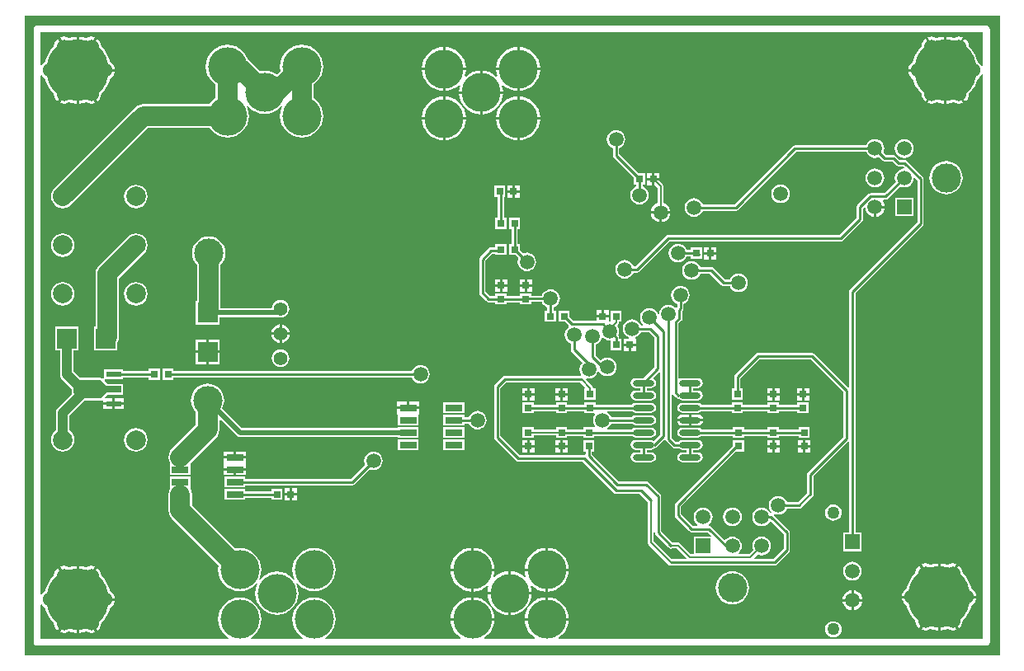
<source format=gbl>
G04 Layer_Physical_Order=4*
G04 Layer_Color=16711680*
%FSLAX44Y44*%
%MOMM*%
G71*
G01*
G75*
%ADD10R,0.7620X0.7620*%
%ADD18C,0.2500*%
%ADD19C,0.2000*%
%ADD20C,0.5000*%
%ADD21C,2.0000*%
%ADD23C,1.2700*%
%ADD24R,1.5200X1.5200*%
%ADD25C,1.5200*%
%ADD26C,3.0000*%
%ADD27R,1.5200X1.5200*%
%ADD28C,2.0000*%
%ADD29C,4.0000*%
%ADD30C,1.5240*%
%ADD31C,6.3500*%
%ADD32C,3.0000*%
%ADD33C,1.4000*%
%ADD34C,1.5000*%
%ADD46R,1.7500X0.6500*%
%ADD47R,1.7800X0.7200*%
%ADD48R,0.7620X0.7620*%
%ADD49O,2.2000X0.6000*%
%ADD50R,2.0000X2.0000*%
%ADD51R,1.6000X0.6000*%
%ADD52R,1.5000X0.7000*%
%ADD53R,2.0000X2.0000*%
%ADD54C,1.0000*%
G36*
X1508760Y762000D02*
X508000D01*
Y1418590D01*
X1508760D01*
Y762000D01*
D02*
G37*
%LPC*%
G36*
X1495000Y1408569D02*
X521000D01*
X519634Y1408297D01*
X518477Y1407523D01*
X517703Y1406366D01*
X517431Y1405000D01*
Y775000D01*
X517703Y773634D01*
X518477Y772477D01*
X519634Y771703D01*
X521000Y771431D01*
X1495000D01*
X1496366Y771703D01*
X1497523Y772477D01*
X1498297Y773634D01*
X1498569Y775000D01*
Y1405000D01*
X1498297Y1406366D01*
X1497523Y1407523D01*
X1496366Y1408297D01*
X1495000Y1408569D01*
D02*
G37*
%LPD*%
G36*
X1491431Y1366960D02*
X1490161Y1366707D01*
X1489695Y1367834D01*
X1488066Y1369956D01*
X1486030Y1371519D01*
X1485593Y1373339D01*
X1483527Y1378326D01*
X1480707Y1382928D01*
X1477202Y1387032D01*
X1477066Y1387148D01*
X1476749Y1389559D01*
X1475725Y1392031D01*
X1474096Y1394153D01*
X1472990Y1395002D01*
X1467950Y1386272D01*
X1465750Y1387542D01*
X1470790Y1396272D01*
X1469502Y1396805D01*
X1466850Y1397155D01*
X1464198Y1396805D01*
X1461832Y1395825D01*
X1458261Y1396683D01*
X1454150Y1397006D01*
Y1362710D01*
Y1328414D01*
X1458261Y1328737D01*
X1461832Y1329595D01*
X1464198Y1328615D01*
X1466850Y1328266D01*
X1469502Y1328615D01*
X1470790Y1329148D01*
X1465750Y1337878D01*
X1467950Y1339148D01*
X1472990Y1330418D01*
X1474096Y1331267D01*
X1475725Y1333389D01*
X1476749Y1335861D01*
X1477066Y1338273D01*
X1477202Y1338388D01*
X1480707Y1342493D01*
X1483527Y1347095D01*
X1485593Y1352081D01*
X1486030Y1353901D01*
X1488066Y1355464D01*
X1489695Y1357586D01*
X1490161Y1358713D01*
X1491431Y1358460D01*
Y778569D01*
X1056462D01*
X1056154Y779800D01*
X1056523Y779998D01*
X1059955Y782815D01*
X1062772Y786247D01*
X1064865Y790163D01*
X1066154Y794411D01*
X1066464Y797560D01*
X1043940D01*
X1021416D01*
X1021726Y794411D01*
X1023015Y790163D01*
X1025108Y786247D01*
X1027925Y782815D01*
X1031357Y779998D01*
X1031726Y779800D01*
X1031418Y778569D01*
X980262D01*
X979954Y779800D01*
X980323Y779998D01*
X983755Y782815D01*
X986572Y786247D01*
X988665Y790163D01*
X989954Y794411D01*
X990264Y797560D01*
X967740D01*
X945216D01*
X945526Y794411D01*
X946815Y790163D01*
X948908Y786247D01*
X951725Y782815D01*
X955157Y779998D01*
X955526Y779800D01*
X955218Y778569D01*
X816557D01*
X816248Y779800D01*
X817462Y780449D01*
X820812Y783198D01*
X821133Y783590D01*
X823561Y786548D01*
X825604Y790370D01*
X826862Y794517D01*
X827286Y798830D01*
X826862Y803143D01*
X825604Y807290D01*
X823561Y811112D01*
X820812Y814462D01*
X817462Y817211D01*
X813640Y819254D01*
X809493Y820512D01*
X805180Y820936D01*
X800867Y820512D01*
X796720Y819254D01*
X792898Y817211D01*
X789548Y814462D01*
X786799Y811112D01*
X784756Y807290D01*
X783498Y803143D01*
X783074Y798830D01*
X783498Y794517D01*
X784756Y790370D01*
X786799Y786548D01*
X789548Y783198D01*
X792898Y780449D01*
X794112Y779800D01*
X793803Y778569D01*
X740357D01*
X740048Y779800D01*
X741262Y780449D01*
X744612Y783198D01*
X744933Y783590D01*
X747361Y786548D01*
X749404Y790370D01*
X750662Y794517D01*
X751086Y798830D01*
X750662Y803143D01*
X749404Y807290D01*
X747361Y811112D01*
X744612Y814462D01*
X741262Y817211D01*
X737440Y819254D01*
X733293Y820512D01*
X728980Y820936D01*
X724667Y820512D01*
X720520Y819254D01*
X716698Y817211D01*
X713348Y814462D01*
X710599Y811112D01*
X708556Y807290D01*
X707298Y803143D01*
X706874Y798830D01*
X707298Y794517D01*
X708556Y790370D01*
X710599Y786548D01*
X713348Y783198D01*
X716698Y780449D01*
X717912Y779800D01*
X717603Y778569D01*
X524569D01*
Y813522D01*
X525710Y813980D01*
X525839Y813970D01*
X527424Y811904D01*
X529460Y810341D01*
X529897Y808521D01*
X531963Y803534D01*
X534783Y798932D01*
X538288Y794828D01*
X538424Y794713D01*
X538741Y792301D01*
X539765Y789829D01*
X541394Y787707D01*
X542500Y786858D01*
X547540Y795588D01*
X549740Y794318D01*
X544700Y785588D01*
X545988Y785055D01*
X548640Y784706D01*
X551292Y785055D01*
X553658Y786035D01*
X557229Y785177D01*
X561340Y784854D01*
Y819150D01*
Y853446D01*
X557229Y853123D01*
X553658Y852265D01*
X551292Y853245D01*
X548640Y853595D01*
X545988Y853245D01*
X544700Y852712D01*
X549740Y843982D01*
X547540Y842712D01*
X542500Y851442D01*
X541394Y850593D01*
X539765Y848471D01*
X538741Y845999D01*
X538424Y843587D01*
X538288Y843472D01*
X534783Y839368D01*
X531963Y834765D01*
X529897Y829779D01*
X529460Y827959D01*
X527424Y826396D01*
X525839Y824330D01*
X525710Y824320D01*
X524569Y824778D01*
Y1357083D01*
X525710Y1357540D01*
X525839Y1357530D01*
X527424Y1355464D01*
X527838Y1355146D01*
D01*
X529021Y1354238D01*
X529460Y1353901D01*
X529897Y1352081D01*
X531963Y1347095D01*
X534783Y1342493D01*
X538288Y1338388D01*
X538424Y1338273D01*
X538741Y1335861D01*
X539765Y1333389D01*
X541394Y1331267D01*
X542500Y1330418D01*
X547540Y1339148D01*
X549740Y1337878D01*
X544700Y1329148D01*
X545988Y1328615D01*
X548640Y1328266D01*
X551292Y1328615D01*
X553658Y1329595D01*
X557229Y1328737D01*
X561340Y1328414D01*
Y1362710D01*
Y1397006D01*
X557229Y1396683D01*
X553658Y1395825D01*
X551292Y1396805D01*
X548640Y1397155D01*
X545988Y1396805D01*
X544700Y1396272D01*
X549740Y1387542D01*
X547540Y1386272D01*
X542500Y1395002D01*
X541394Y1394153D01*
X539765Y1392031D01*
X538741Y1389559D01*
X538424Y1387148D01*
X538288Y1387032D01*
X534783Y1382928D01*
X531963Y1378326D01*
X529897Y1373339D01*
X529460Y1371519D01*
X527985Y1370387D01*
D01*
X527424Y1369956D01*
X525839Y1367890D01*
X525710Y1367880D01*
X524569Y1368338D01*
Y1401431D01*
X1491431D01*
Y1366960D01*
D02*
G37*
%LPC*%
G36*
X576580Y1397155D02*
X573928Y1396805D01*
X571562Y1395825D01*
X567991Y1396683D01*
X563880Y1397006D01*
Y1362710D01*
Y1328414D01*
X567991Y1328737D01*
X571562Y1329595D01*
X573928Y1328615D01*
X576580Y1328266D01*
X579232Y1328615D01*
X580520Y1329148D01*
X575480Y1337878D01*
X577680Y1339148D01*
X582720Y1330418D01*
X583826Y1331267D01*
X585455Y1333389D01*
X586479Y1335861D01*
X586796Y1338273D01*
X586932Y1338388D01*
X590437Y1342493D01*
X593257Y1347095D01*
X595323Y1352081D01*
X595760Y1353901D01*
X597796Y1355464D01*
X599425Y1357586D01*
X600448Y1360058D01*
X600630Y1361440D01*
X590550D01*
Y1363980D01*
X600630D01*
X600448Y1365362D01*
X599425Y1367834D01*
X597796Y1369956D01*
X595760Y1371519D01*
X595323Y1373339D01*
X593257Y1378326D01*
X590437Y1382928D01*
X586932Y1387032D01*
X586796Y1387148D01*
X586479Y1389559D01*
X585455Y1392031D01*
X583826Y1394153D01*
X582720Y1395002D01*
X577680Y1386272D01*
X575480Y1387542D01*
X580520Y1396272D01*
X579232Y1396805D01*
X576580Y1397155D01*
D02*
G37*
G36*
X1438910D02*
X1436258Y1396805D01*
X1434970Y1396272D01*
X1440010Y1387542D01*
X1437810Y1386272D01*
X1432770Y1395002D01*
X1431664Y1394153D01*
X1430035Y1392031D01*
X1429012Y1389559D01*
X1428694Y1387148D01*
X1428558Y1387032D01*
X1425053Y1382928D01*
X1422233Y1378326D01*
X1420167Y1373339D01*
X1419731Y1371519D01*
X1417694Y1369956D01*
X1416065Y1367834D01*
X1415042Y1365362D01*
X1414859Y1363980D01*
X1424940D01*
Y1361440D01*
X1414859D01*
X1415042Y1360058D01*
X1416065Y1357586D01*
X1417694Y1355464D01*
X1419731Y1353901D01*
X1420167Y1352081D01*
X1422233Y1347095D01*
X1425053Y1342493D01*
X1428558Y1338388D01*
X1428694Y1338273D01*
X1429012Y1335861D01*
X1430035Y1333389D01*
X1431664Y1331267D01*
X1432770Y1330418D01*
X1437810Y1339148D01*
X1440010Y1337878D01*
X1434970Y1329148D01*
X1436258Y1328615D01*
X1438910Y1328266D01*
X1441562Y1328615D01*
X1443928Y1329595D01*
X1447499Y1328737D01*
X1451610Y1328414D01*
Y1362710D01*
Y1397006D01*
X1447499Y1396683D01*
X1443928Y1395825D01*
X1441562Y1396805D01*
X1438910Y1397155D01*
D02*
G37*
G36*
X1016000Y1386504D02*
Y1365250D01*
X1037254D01*
X1036944Y1368399D01*
X1035655Y1372647D01*
X1033562Y1376563D01*
X1030745Y1379995D01*
X1027313Y1382812D01*
X1023397Y1384905D01*
X1019149Y1386194D01*
X1016000Y1386504D01*
D02*
G37*
G36*
X939800D02*
Y1365250D01*
X961054D01*
X960744Y1368399D01*
X959455Y1372647D01*
X957362Y1376563D01*
X954545Y1379995D01*
X951113Y1382812D01*
X947197Y1384905D01*
X942949Y1386194D01*
X939800Y1386504D01*
D02*
G37*
G36*
X1013460D02*
X1010311Y1386194D01*
X1006063Y1384905D01*
X1002147Y1382812D01*
X998715Y1379995D01*
X995898Y1376563D01*
X993805Y1372647D01*
X992516Y1368399D01*
X992206Y1365250D01*
X1013460D01*
Y1386504D01*
D02*
G37*
G36*
X937260D02*
X934111Y1386194D01*
X929863Y1384905D01*
X925947Y1382812D01*
X922515Y1379995D01*
X919698Y1376563D01*
X917605Y1372647D01*
X916316Y1368399D01*
X916006Y1365250D01*
X937260D01*
Y1386504D01*
D02*
G37*
G36*
X792480Y1388626D02*
X788167Y1388202D01*
X784020Y1386944D01*
X780198Y1384901D01*
X776848Y1382152D01*
X774099Y1378802D01*
X772056Y1374980D01*
X770798Y1370833D01*
X770374Y1366520D01*
X770798Y1362207D01*
X770857Y1362014D01*
X766888Y1358045D01*
X766662Y1358231D01*
X762840Y1360274D01*
X758693Y1361532D01*
X754380Y1361956D01*
X750067Y1361532D01*
X749874Y1361473D01*
X736850Y1374497D01*
X736704Y1374980D01*
X734661Y1378802D01*
X731912Y1382152D01*
X728562Y1384901D01*
X724740Y1386944D01*
X720593Y1388202D01*
X716280Y1388626D01*
X711967Y1388202D01*
X707820Y1386944D01*
X703998Y1384901D01*
X700648Y1382152D01*
X697899Y1378802D01*
X695856Y1374980D01*
X694598Y1370833D01*
X694174Y1366520D01*
X694598Y1362207D01*
X695856Y1358060D01*
X697899Y1354238D01*
X700648Y1350888D01*
X703998Y1348139D01*
X704176Y1348044D01*
Y1334196D01*
X703998Y1334101D01*
X700648Y1331352D01*
X697899Y1328002D01*
X697804Y1327824D01*
X630110D01*
X626977Y1327411D01*
X624058Y1326202D01*
X621552Y1324279D01*
X538811Y1241538D01*
X536888Y1239032D01*
X535679Y1236113D01*
X535266Y1232980D01*
X535679Y1229847D01*
X536888Y1226928D01*
X538811Y1224421D01*
X541318Y1222498D01*
X544237Y1221289D01*
X547370Y1220876D01*
X550503Y1221289D01*
X553422Y1222498D01*
X555928Y1224421D01*
X635123Y1303616D01*
X697804D01*
X697899Y1303438D01*
X700648Y1300088D01*
X703998Y1297339D01*
X707820Y1295296D01*
X711967Y1294038D01*
X716280Y1293614D01*
X720593Y1294038D01*
X724740Y1295296D01*
X728562Y1297339D01*
X731912Y1300088D01*
X734661Y1303438D01*
X736704Y1307260D01*
X737962Y1311407D01*
X738386Y1315720D01*
X737962Y1320033D01*
X736704Y1324180D01*
X735894Y1325694D01*
X736955Y1326403D01*
X738748Y1324218D01*
X742098Y1321469D01*
X745920Y1319426D01*
X750067Y1318168D01*
X754380Y1317744D01*
X758693Y1318168D01*
X762840Y1319426D01*
X766662Y1321469D01*
X770012Y1324218D01*
X771805Y1326403D01*
X772866Y1325694D01*
X772056Y1324180D01*
X770798Y1320033D01*
X770374Y1315720D01*
X770798Y1311407D01*
X772056Y1307260D01*
X774099Y1303438D01*
X776848Y1300088D01*
X780198Y1297339D01*
X784020Y1295296D01*
X788167Y1294038D01*
X792480Y1293614D01*
X796793Y1294038D01*
X800940Y1295296D01*
X804762Y1297339D01*
X808112Y1300088D01*
X810861Y1303438D01*
X812904Y1307260D01*
X814162Y1311407D01*
X814586Y1315720D01*
X814162Y1320033D01*
X812904Y1324180D01*
X810861Y1328002D01*
X808112Y1331352D01*
X804762Y1334101D01*
X804584Y1334196D01*
Y1348044D01*
X804762Y1348139D01*
X808112Y1350888D01*
X810861Y1354238D01*
X812904Y1358060D01*
X814162Y1362207D01*
X814586Y1366520D01*
X814162Y1370833D01*
X812904Y1374980D01*
X810861Y1378802D01*
X808112Y1382152D01*
X804762Y1384901D01*
X800940Y1386944D01*
X796793Y1388202D01*
X792480Y1388626D01*
D02*
G37*
G36*
X1013460Y1362710D02*
X992206D01*
X992516Y1359561D01*
X993303Y1356969D01*
X992199Y1356232D01*
X989213Y1358682D01*
X985297Y1360775D01*
X981049Y1362064D01*
X977900Y1362374D01*
Y1341120D01*
X999154D01*
X998844Y1344269D01*
X998057Y1346861D01*
X999161Y1347599D01*
X1002147Y1345148D01*
X1006063Y1343055D01*
X1010311Y1341766D01*
X1013460Y1341456D01*
Y1362710D01*
D02*
G37*
G36*
X1037254D02*
X1016000D01*
Y1341456D01*
X1019149Y1341766D01*
X1023397Y1343055D01*
X1027313Y1345148D01*
X1030745Y1347965D01*
X1033562Y1351397D01*
X1035655Y1355313D01*
X1036944Y1359561D01*
X1037254Y1362710D01*
D02*
G37*
G36*
X937260D02*
X916006D01*
X916316Y1359561D01*
X917605Y1355313D01*
X919698Y1351397D01*
X922515Y1347965D01*
X925947Y1345148D01*
X929863Y1343055D01*
X934111Y1341766D01*
X937260Y1341456D01*
Y1362710D01*
D02*
G37*
G36*
X961054D02*
X939800D01*
Y1341456D01*
X942949Y1341766D01*
X947197Y1343055D01*
X951113Y1345148D01*
X954099Y1347599D01*
X955203Y1346861D01*
X954416Y1344269D01*
X954106Y1341120D01*
X975360D01*
Y1362374D01*
X972211Y1362064D01*
X967963Y1360775D01*
X964047Y1358682D01*
X961061Y1356232D01*
X959957Y1356969D01*
X960744Y1359561D01*
X961054Y1362710D01*
D02*
G37*
G36*
X999154Y1338580D02*
X977900D01*
Y1317326D01*
X981049Y1317636D01*
X985297Y1318925D01*
X989213Y1321018D01*
X992645Y1323835D01*
X995462Y1327267D01*
X997555Y1331183D01*
X998844Y1335431D01*
X999154Y1338580D01*
D02*
G37*
G36*
X975360D02*
X954106D01*
X954416Y1335431D01*
X955705Y1331183D01*
X957798Y1327267D01*
X960615Y1323835D01*
X964047Y1321018D01*
X967963Y1318925D01*
X972211Y1317636D01*
X975360Y1317326D01*
Y1338580D01*
D02*
G37*
G36*
X1016000Y1335704D02*
Y1314450D01*
X1037254D01*
X1036944Y1317599D01*
X1035655Y1321847D01*
X1033562Y1325763D01*
X1030745Y1329195D01*
X1027313Y1332012D01*
X1023397Y1334105D01*
X1019149Y1335394D01*
X1016000Y1335704D01*
D02*
G37*
G36*
X939800D02*
Y1314450D01*
X961054D01*
X960744Y1317599D01*
X959455Y1321847D01*
X957362Y1325763D01*
X954545Y1329195D01*
X951113Y1332012D01*
X947197Y1334105D01*
X942949Y1335394D01*
X939800Y1335704D01*
D02*
G37*
G36*
X1013460D02*
X1010311Y1335394D01*
X1006063Y1334105D01*
X1002147Y1332012D01*
X998715Y1329195D01*
X995898Y1325763D01*
X993805Y1321847D01*
X992516Y1317599D01*
X992206Y1314450D01*
X1013460D01*
Y1335704D01*
D02*
G37*
G36*
X937260D02*
X934111Y1335394D01*
X929863Y1334105D01*
X925947Y1332012D01*
X922515Y1329195D01*
X919698Y1325763D01*
X917605Y1321847D01*
X916316Y1317599D01*
X916006Y1314450D01*
X937260D01*
Y1335704D01*
D02*
G37*
G36*
X1037254Y1311910D02*
X1016000D01*
Y1290656D01*
X1019149Y1290966D01*
X1023397Y1292255D01*
X1027313Y1294348D01*
X1030745Y1297165D01*
X1033562Y1300597D01*
X1035655Y1304513D01*
X1036944Y1308761D01*
X1037254Y1311910D01*
D02*
G37*
G36*
X961054D02*
X939800D01*
Y1290656D01*
X942949Y1290966D01*
X947197Y1292255D01*
X951113Y1294348D01*
X954545Y1297165D01*
X957362Y1300597D01*
X959455Y1304513D01*
X960744Y1308761D01*
X961054Y1311910D01*
D02*
G37*
G36*
X1013460D02*
X992206D01*
X992516Y1308761D01*
X993805Y1304513D01*
X995898Y1300597D01*
X998715Y1297165D01*
X1002147Y1294348D01*
X1006063Y1292255D01*
X1010311Y1290966D01*
X1013460Y1290656D01*
Y1311910D01*
D02*
G37*
G36*
X937260D02*
X916006D01*
X916316Y1308761D01*
X917605Y1304513D01*
X919698Y1300597D01*
X922515Y1297165D01*
X925947Y1294348D01*
X929863Y1292255D01*
X934111Y1290966D01*
X937260Y1290656D01*
Y1311910D01*
D02*
G37*
G36*
X1410820Y1291903D02*
X1408314Y1291573D01*
X1405979Y1290606D01*
X1403974Y1289067D01*
X1402435Y1287062D01*
X1401467Y1284726D01*
X1401138Y1282220D01*
X1401467Y1279714D01*
X1402435Y1277379D01*
X1403974Y1275373D01*
X1405979Y1273835D01*
X1408314Y1272867D01*
X1410820Y1272537D01*
X1413327Y1272867D01*
X1415662Y1273835D01*
X1417667Y1275373D01*
X1419206Y1277379D01*
X1420173Y1279714D01*
X1420503Y1282220D01*
X1420173Y1284726D01*
X1419206Y1287062D01*
X1417667Y1289067D01*
X1415662Y1290606D01*
X1413327Y1291573D01*
X1410820Y1291903D01*
D02*
G37*
G36*
X1159510Y1257300D02*
X1154430D01*
Y1252220D01*
X1159510D01*
Y1257300D01*
D02*
G37*
G36*
X1151890D02*
X1146810D01*
Y1252220D01*
X1151890D01*
Y1257300D01*
D02*
G37*
G36*
Y1249680D02*
X1146810D01*
Y1244600D01*
X1151890D01*
Y1249680D01*
D02*
G37*
G36*
X1380820Y1261903D02*
X1378314Y1261573D01*
X1375979Y1260605D01*
X1373974Y1259066D01*
X1372435Y1257061D01*
X1371468Y1254726D01*
X1371138Y1252220D01*
X1371468Y1249714D01*
X1372435Y1247378D01*
X1373974Y1245373D01*
X1375979Y1243834D01*
X1378314Y1242867D01*
X1380820Y1242537D01*
X1383327Y1242867D01*
X1385662Y1243834D01*
X1387667Y1245373D01*
X1389206Y1247378D01*
X1390173Y1249714D01*
X1390503Y1252220D01*
X1390173Y1254726D01*
X1389206Y1257061D01*
X1387667Y1259066D01*
X1385662Y1260605D01*
X1383327Y1261573D01*
X1380820Y1261903D01*
D02*
G37*
G36*
X1016000Y1244600D02*
X1010920D01*
Y1239520D01*
X1016000D01*
Y1244600D01*
D02*
G37*
G36*
X1008380D02*
X1003300D01*
Y1239520D01*
X1008380D01*
Y1244600D01*
D02*
G37*
G36*
X1453819Y1269302D02*
X1450487Y1268974D01*
X1447283Y1268002D01*
X1444329Y1266423D01*
X1441741Y1264299D01*
X1439616Y1261710D01*
X1438038Y1258757D01*
X1437066Y1255552D01*
X1436737Y1252220D01*
X1437066Y1248887D01*
X1438038Y1245683D01*
X1439616Y1242729D01*
X1441741Y1240141D01*
X1444329Y1238016D01*
X1447283Y1236438D01*
X1450487Y1235466D01*
X1453819Y1235137D01*
X1457152Y1235466D01*
X1460357Y1236438D01*
X1463310Y1238016D01*
X1465898Y1240141D01*
X1468023Y1242729D01*
X1469601Y1245683D01*
X1470573Y1248887D01*
X1470902Y1252220D01*
X1470573Y1255552D01*
X1469601Y1258757D01*
X1468023Y1261710D01*
X1465898Y1264299D01*
X1463310Y1266423D01*
X1460357Y1268002D01*
X1457152Y1268974D01*
X1453819Y1269302D01*
D02*
G37*
G36*
X1016000Y1236980D02*
X1010920D01*
Y1231900D01*
X1016000D01*
Y1236980D01*
D02*
G37*
G36*
X1008380D02*
X1003300D01*
Y1231900D01*
X1008380D01*
Y1236980D01*
D02*
G37*
G36*
X1283970Y1245292D02*
X1281490Y1244966D01*
X1279179Y1244008D01*
X1277195Y1242485D01*
X1275672Y1240501D01*
X1274715Y1238190D01*
X1274388Y1235710D01*
X1274715Y1233230D01*
X1275672Y1230919D01*
X1277195Y1228934D01*
X1279179Y1227412D01*
X1281490Y1226454D01*
X1283970Y1226128D01*
X1286450Y1226454D01*
X1288761Y1227412D01*
X1290746Y1228934D01*
X1292268Y1230919D01*
X1293226Y1233230D01*
X1293552Y1235710D01*
X1293226Y1238190D01*
X1292268Y1240501D01*
X1290746Y1242485D01*
X1288761Y1244008D01*
X1286450Y1244966D01*
X1283970Y1245292D01*
D02*
G37*
G36*
X1115060Y1301172D02*
X1112580Y1300845D01*
X1110269Y1299888D01*
X1108285Y1298365D01*
X1106762Y1296381D01*
X1105805Y1294070D01*
X1105478Y1291590D01*
X1105805Y1289110D01*
X1106762Y1286799D01*
X1108285Y1284814D01*
X1110269Y1283292D01*
X1111746Y1282680D01*
Y1275080D01*
X1111999Y1273812D01*
X1112717Y1272737D01*
X1133380Y1252074D01*
Y1245140D01*
X1135876D01*
Y1243350D01*
X1134399Y1242738D01*
X1132415Y1241215D01*
X1130892Y1239231D01*
X1129934Y1236920D01*
X1129608Y1234440D01*
X1129934Y1231960D01*
X1130892Y1229649D01*
X1132415Y1227664D01*
X1134399Y1226142D01*
X1136710Y1225184D01*
X1139190Y1224858D01*
X1141670Y1225184D01*
X1143981Y1226142D01*
X1145965Y1227664D01*
X1147488Y1229649D01*
X1148446Y1231960D01*
X1148772Y1234440D01*
X1148446Y1236920D01*
X1147488Y1239231D01*
X1145965Y1241215D01*
X1143981Y1242738D01*
X1142504Y1243350D01*
Y1245140D01*
X1145000D01*
Y1256760D01*
X1138066D01*
X1118374Y1276452D01*
Y1282680D01*
X1119851Y1283292D01*
X1121835Y1284814D01*
X1123358Y1286799D01*
X1124315Y1289110D01*
X1124642Y1291590D01*
X1124315Y1294070D01*
X1123358Y1296381D01*
X1121835Y1298365D01*
X1119851Y1299888D01*
X1117540Y1300845D01*
X1115060Y1301172D01*
D02*
G37*
G36*
X622370Y1245084D02*
X619237Y1244671D01*
X616318Y1243462D01*
X613811Y1241538D01*
X611888Y1239032D01*
X610679Y1236113D01*
X610266Y1232980D01*
X610679Y1229847D01*
X611888Y1226928D01*
X613811Y1224421D01*
X616318Y1222498D01*
X619237Y1221289D01*
X622370Y1220876D01*
X625503Y1221289D01*
X628422Y1222498D01*
X630928Y1224421D01*
X632852Y1226928D01*
X634061Y1229847D01*
X634474Y1232980D01*
X634061Y1236113D01*
X632852Y1239032D01*
X630928Y1241538D01*
X628422Y1243462D01*
X625503Y1244671D01*
X622370Y1245084D01*
D02*
G37*
G36*
X1159510Y1249680D02*
X1154430D01*
Y1244600D01*
X1155184D01*
X1157721Y1242063D01*
Y1226260D01*
X1155717Y1225430D01*
X1153619Y1223821D01*
X1152010Y1221723D01*
X1150998Y1219281D01*
X1150821Y1217930D01*
X1170739D01*
X1170562Y1219281D01*
X1169550Y1221723D01*
X1167941Y1223821D01*
X1165843Y1225430D01*
X1163839Y1226260D01*
Y1243330D01*
X1163606Y1244501D01*
X1162943Y1245493D01*
X1159510Y1248926D01*
Y1249680D01*
D02*
G37*
G36*
X1420420Y1231820D02*
X1401220D01*
Y1212620D01*
X1420420D01*
Y1231820D01*
D02*
G37*
G36*
X1390881Y1220950D02*
X1382090D01*
Y1212160D01*
X1383468Y1212341D01*
X1385934Y1213363D01*
X1388052Y1214988D01*
X1389678Y1217106D01*
X1390699Y1219573D01*
X1390881Y1220950D01*
D02*
G37*
G36*
X1170739Y1215390D02*
X1162050D01*
Y1206701D01*
X1163401Y1206878D01*
X1165843Y1207890D01*
X1167941Y1209499D01*
X1169550Y1211597D01*
X1170562Y1214039D01*
X1170739Y1215390D01*
D02*
G37*
G36*
X1159510D02*
X1150821D01*
X1150998Y1214039D01*
X1152010Y1211597D01*
X1153619Y1209499D01*
X1155717Y1207890D01*
X1158159Y1206878D01*
X1159510Y1206701D01*
Y1215390D01*
D02*
G37*
G36*
X1001490Y1244060D02*
X989870D01*
Y1232440D01*
X993636D01*
Y1211040D01*
X991140D01*
Y1199420D01*
X1002760D01*
Y1211040D01*
X1000264D01*
Y1232440D01*
X1001490D01*
Y1244060D01*
D02*
G37*
G36*
X1217930Y1181100D02*
X1212850D01*
Y1176020D01*
X1217930D01*
Y1181100D01*
D02*
G37*
G36*
X1210310D02*
X1205230D01*
Y1176020D01*
X1210310D01*
Y1181100D01*
D02*
G37*
G36*
X1002760Y1184370D02*
X991140D01*
Y1180604D01*
X986790D01*
X985522Y1180351D01*
X984447Y1179633D01*
X975557Y1170743D01*
X974839Y1169668D01*
X974586Y1168400D01*
Y1134110D01*
X974839Y1132842D01*
X975557Y1131767D01*
X981907Y1125417D01*
X982982Y1124699D01*
X984250Y1124446D01*
X991140D01*
Y1121950D01*
X1002760D01*
Y1124446D01*
X1016540D01*
Y1121950D01*
X1028160D01*
Y1124606D01*
X1039000D01*
X1039612Y1123129D01*
X1041134Y1121144D01*
X1043119Y1119622D01*
X1044596Y1119010D01*
Y1115790D01*
X1041940D01*
Y1104170D01*
X1053560D01*
Y1115790D01*
X1051224D01*
Y1119010D01*
X1052701Y1119622D01*
X1054685Y1121144D01*
X1056208Y1123129D01*
X1057165Y1125440D01*
X1057492Y1127920D01*
X1057165Y1130400D01*
X1056208Y1132711D01*
X1054685Y1134695D01*
X1052701Y1136218D01*
X1050390Y1137175D01*
X1047910Y1137502D01*
X1045430Y1137175D01*
X1043119Y1136218D01*
X1041134Y1134695D01*
X1039612Y1132711D01*
X1039000Y1131234D01*
X1028160D01*
Y1133570D01*
X1016540D01*
Y1131074D01*
X1002760D01*
Y1133570D01*
X991140D01*
Y1131074D01*
X985623D01*
X981214Y1135482D01*
Y1167028D01*
X988163Y1173976D01*
X991140D01*
Y1172750D01*
X1002760D01*
Y1184370D01*
D02*
G37*
G36*
X547370Y1195084D02*
X544237Y1194671D01*
X541318Y1193462D01*
X538811Y1191538D01*
X536888Y1189032D01*
X535679Y1186113D01*
X535266Y1182980D01*
X535679Y1179847D01*
X536888Y1176928D01*
X538811Y1174421D01*
X541318Y1172498D01*
X544237Y1171289D01*
X547370Y1170876D01*
X550503Y1171289D01*
X553422Y1172498D01*
X555928Y1174421D01*
X557852Y1176928D01*
X559061Y1179847D01*
X559474Y1182980D01*
X559061Y1186113D01*
X557852Y1189032D01*
X555928Y1191538D01*
X553422Y1193462D01*
X550503Y1194671D01*
X547370Y1195084D01*
D02*
G37*
G36*
X1178560Y1184332D02*
X1176080Y1184006D01*
X1173769Y1183048D01*
X1171785Y1181525D01*
X1170262Y1179541D01*
X1169305Y1177230D01*
X1168978Y1174750D01*
X1169305Y1172270D01*
X1170262Y1169959D01*
X1171785Y1167974D01*
X1173769Y1166452D01*
X1176080Y1165495D01*
X1178560Y1165168D01*
X1181040Y1165495D01*
X1183351Y1166452D01*
X1185335Y1167974D01*
X1186858Y1169959D01*
X1187470Y1171436D01*
X1191800D01*
Y1168940D01*
X1203420D01*
Y1173260D01*
X1203464Y1173480D01*
X1203420Y1173699D01*
Y1180560D01*
X1191800D01*
Y1178064D01*
X1187470D01*
X1186858Y1179541D01*
X1185335Y1181525D01*
X1183351Y1183048D01*
X1181040Y1184006D01*
X1178560Y1184332D01*
D02*
G37*
G36*
X1217930Y1173480D02*
X1212850D01*
Y1168400D01*
X1217930D01*
Y1173480D01*
D02*
G37*
G36*
X1210310D02*
X1205230D01*
Y1168400D01*
X1210310D01*
Y1173480D01*
D02*
G37*
G36*
X1016730Y1211040D02*
X1005110D01*
Y1199420D01*
X1007606D01*
Y1184370D01*
X1005110D01*
Y1172750D01*
X1012044D01*
X1014977Y1169817D01*
X1014364Y1168340D01*
X1014038Y1165860D01*
X1014364Y1163380D01*
X1015322Y1161069D01*
X1016844Y1159084D01*
X1018829Y1157562D01*
X1021140Y1156605D01*
X1023620Y1156278D01*
X1026100Y1156605D01*
X1028411Y1157562D01*
X1030395Y1159084D01*
X1031918Y1161069D01*
X1032876Y1163380D01*
X1033202Y1165860D01*
X1032876Y1168340D01*
X1031918Y1170651D01*
X1030395Y1172635D01*
X1028411Y1174158D01*
X1026100Y1175116D01*
X1023620Y1175442D01*
X1021140Y1175116D01*
X1019663Y1174503D01*
X1016730Y1177436D01*
Y1184370D01*
X1014234D01*
Y1199420D01*
X1016730D01*
Y1211040D01*
D02*
G37*
G36*
X1028700Y1148080D02*
X1023620D01*
Y1143000D01*
X1028700D01*
Y1148080D01*
D02*
G37*
G36*
X1003300D02*
X998220D01*
Y1143000D01*
X1003300D01*
Y1148080D01*
D02*
G37*
G36*
X1021080D02*
X1016000D01*
Y1143000D01*
X1021080D01*
Y1148080D01*
D02*
G37*
G36*
X995680D02*
X990600D01*
Y1143000D01*
X995680D01*
Y1148080D01*
D02*
G37*
G36*
X1028700Y1140460D02*
X1023620D01*
Y1135380D01*
X1028700D01*
Y1140460D01*
D02*
G37*
G36*
X1021080D02*
X1016000D01*
Y1135380D01*
X1021080D01*
Y1140460D01*
D02*
G37*
G36*
X1003300D02*
X998220D01*
Y1135380D01*
X1003300D01*
Y1140460D01*
D02*
G37*
G36*
X995680D02*
X990600D01*
Y1135380D01*
X995680D01*
Y1140460D01*
D02*
G37*
G36*
X1192530Y1166552D02*
X1190050Y1166226D01*
X1187739Y1165268D01*
X1185754Y1163745D01*
X1184232Y1161761D01*
X1183275Y1159450D01*
X1182948Y1156970D01*
X1183275Y1154490D01*
X1184232Y1152179D01*
X1185754Y1150194D01*
X1187739Y1148672D01*
X1190050Y1147714D01*
X1192530Y1147388D01*
X1195010Y1147714D01*
X1197321Y1148672D01*
X1199305Y1150194D01*
X1200828Y1152179D01*
X1201440Y1153656D01*
X1211478D01*
X1223207Y1141927D01*
X1224282Y1141209D01*
X1225550Y1140956D01*
X1231880D01*
X1232492Y1139479D01*
X1234015Y1137495D01*
X1235999Y1135972D01*
X1238310Y1135014D01*
X1240790Y1134688D01*
X1243270Y1135014D01*
X1245581Y1135972D01*
X1247565Y1137495D01*
X1249088Y1139479D01*
X1250045Y1141790D01*
X1250372Y1144270D01*
X1250045Y1146750D01*
X1249088Y1149061D01*
X1247565Y1151046D01*
X1245581Y1152568D01*
X1243270Y1153525D01*
X1240790Y1153852D01*
X1238310Y1153525D01*
X1235999Y1152568D01*
X1234015Y1151046D01*
X1232492Y1149061D01*
X1231880Y1147584D01*
X1226923D01*
X1215193Y1159313D01*
X1214118Y1160031D01*
X1212850Y1160284D01*
X1201440D01*
X1200828Y1161761D01*
X1199305Y1163745D01*
X1197321Y1165268D01*
X1195010Y1166226D01*
X1192530Y1166552D01*
D02*
G37*
G36*
X622370Y1145084D02*
X619237Y1144671D01*
X616318Y1143462D01*
X613811Y1141538D01*
X611888Y1139032D01*
X610679Y1136113D01*
X610266Y1132980D01*
X610679Y1129847D01*
X611888Y1126928D01*
X613811Y1124421D01*
X616318Y1122498D01*
X619237Y1121289D01*
X622370Y1120876D01*
X625503Y1121289D01*
X628422Y1122498D01*
X630928Y1124421D01*
X632852Y1126928D01*
X634061Y1129847D01*
X634474Y1132980D01*
X634061Y1136113D01*
X632852Y1139032D01*
X630928Y1141538D01*
X628422Y1143462D01*
X625503Y1144671D01*
X622370Y1145084D01*
D02*
G37*
G36*
X547370D02*
X544237Y1144671D01*
X541318Y1143462D01*
X538811Y1141538D01*
X536888Y1139032D01*
X535679Y1136113D01*
X535266Y1132980D01*
X535679Y1129847D01*
X536888Y1126928D01*
X538811Y1124421D01*
X541318Y1122498D01*
X544237Y1121289D01*
X547370Y1120876D01*
X550503Y1121289D01*
X553422Y1122498D01*
X555928Y1124421D01*
X557852Y1126928D01*
X559061Y1129847D01*
X559474Y1132980D01*
X559061Y1136113D01*
X557852Y1139032D01*
X555928Y1141538D01*
X553422Y1143462D01*
X550503Y1144671D01*
X547370Y1145084D01*
D02*
G37*
G36*
X1181100Y1141152D02*
X1178620Y1140826D01*
X1176309Y1139868D01*
X1174324Y1138345D01*
X1172802Y1136361D01*
X1171844Y1134050D01*
X1171518Y1131570D01*
X1171844Y1129090D01*
X1172802Y1126779D01*
X1174324Y1124795D01*
X1176309Y1123272D01*
X1177786Y1122660D01*
Y1119295D01*
X1177497Y1119006D01*
X1177475Y1118974D01*
X1175914Y1118923D01*
X1175865Y1118985D01*
X1173881Y1120508D01*
X1171570Y1121465D01*
X1169090Y1121792D01*
X1166610Y1121465D01*
X1164299Y1120508D01*
X1162315Y1118985D01*
X1160792Y1117001D01*
X1159835Y1114690D01*
X1159520Y1112301D01*
X1159423Y1112221D01*
X1158134Y1112328D01*
X1157648Y1113501D01*
X1156125Y1115485D01*
X1154141Y1117008D01*
X1151830Y1117965D01*
X1149350Y1118292D01*
X1146870Y1117965D01*
X1144559Y1117008D01*
X1142574Y1115485D01*
X1141052Y1113501D01*
X1140095Y1111190D01*
X1139768Y1108710D01*
X1140095Y1106230D01*
X1141052Y1103919D01*
X1142574Y1101935D01*
X1142755Y1101796D01*
X1142346Y1100594D01*
X1140480D01*
X1139868Y1102071D01*
X1138345Y1104055D01*
X1136361Y1105578D01*
X1134050Y1106535D01*
X1131570Y1106862D01*
X1129090Y1106535D01*
X1126779Y1105578D01*
X1124795Y1104055D01*
X1123272Y1102071D01*
X1122315Y1099760D01*
X1121988Y1097280D01*
X1122315Y1094800D01*
X1123272Y1092489D01*
X1124795Y1090505D01*
X1126779Y1088982D01*
X1128208Y1088390D01*
X1127955Y1087120D01*
X1122680D01*
Y1082040D01*
X1135380D01*
Y1087120D01*
X1135185D01*
X1134932Y1088390D01*
X1136361Y1088982D01*
X1138345Y1090505D01*
X1139868Y1092489D01*
X1140480Y1093966D01*
X1149057D01*
X1154736Y1088288D01*
Y1057693D01*
X1143542Y1046498D01*
X1135130D01*
X1133179Y1046110D01*
X1131525Y1045005D01*
X1130420Y1043351D01*
X1130032Y1041400D01*
X1130420Y1039449D01*
X1131525Y1037795D01*
X1133179Y1036690D01*
X1135130Y1036302D01*
X1139816D01*
Y1033798D01*
X1135130D01*
X1133179Y1033410D01*
X1131525Y1032305D01*
X1130420Y1030651D01*
X1130032Y1028700D01*
X1130420Y1026749D01*
X1131525Y1025095D01*
X1133179Y1023990D01*
X1135130Y1023602D01*
X1151130D01*
X1153081Y1023990D01*
X1154735Y1025095D01*
X1155840Y1026749D01*
X1156228Y1028700D01*
X1155840Y1030651D01*
X1154735Y1032305D01*
X1153081Y1033410D01*
X1151130Y1033798D01*
X1146444D01*
Y1036302D01*
X1151130D01*
X1153081Y1036690D01*
X1154735Y1037795D01*
X1155840Y1039449D01*
X1156228Y1041400D01*
X1155840Y1043351D01*
X1154735Y1045005D01*
X1153825Y1045613D01*
X1153616Y1047200D01*
X1158833Y1052417D01*
X1160006Y1051931D01*
Y988163D01*
X1153904Y982060D01*
X1153081Y982610D01*
X1151130Y982998D01*
X1135130D01*
X1133179Y982610D01*
X1131525Y981505D01*
X1130420Y979851D01*
X1130032Y977900D01*
X1130420Y975949D01*
X1131525Y974295D01*
X1133179Y973190D01*
X1135130Y972802D01*
X1139816D01*
Y970298D01*
X1135130D01*
X1133179Y969910D01*
X1131525Y968805D01*
X1130420Y967151D01*
X1130032Y965200D01*
X1130420Y963249D01*
X1131525Y961595D01*
X1133179Y960490D01*
X1135130Y960102D01*
X1151130D01*
X1153081Y960490D01*
X1154735Y961595D01*
X1155840Y963249D01*
X1156228Y965200D01*
X1155840Y967151D01*
X1154735Y968805D01*
X1153081Y969910D01*
X1151130Y970298D01*
X1146444D01*
Y972802D01*
X1151130D01*
X1153081Y973190D01*
X1154735Y974295D01*
X1155006Y974701D01*
X1155698Y974839D01*
X1156773Y975557D01*
X1164562Y983346D01*
X1165940Y982928D01*
X1166029Y982482D01*
X1166747Y981407D01*
X1172597Y975557D01*
X1173672Y974839D01*
X1174940Y974586D01*
X1179331D01*
X1179525Y974295D01*
X1181179Y973190D01*
X1183130Y972802D01*
X1187816D01*
Y970298D01*
X1183130D01*
X1181179Y969910D01*
X1179525Y968805D01*
X1178420Y967151D01*
X1178032Y965200D01*
X1178420Y963249D01*
X1179525Y961595D01*
X1181179Y960490D01*
X1183130Y960102D01*
X1199130D01*
X1201081Y960490D01*
X1202735Y961595D01*
X1203840Y963249D01*
X1204228Y965200D01*
X1203840Y967151D01*
X1202735Y968805D01*
X1201081Y969910D01*
X1199130Y970298D01*
X1194444D01*
Y972802D01*
X1199130D01*
X1201081Y973190D01*
X1202735Y974295D01*
X1203840Y975949D01*
X1204228Y977900D01*
X1203840Y979851D01*
X1202735Y981505D01*
X1201081Y982610D01*
X1199130Y982998D01*
X1183130D01*
X1181179Y982610D01*
X1179525Y981505D01*
X1179331Y981214D01*
X1176313D01*
X1172404Y985123D01*
Y1028896D01*
X1173674Y1029282D01*
X1173677Y1029277D01*
X1176597Y1026357D01*
X1177672Y1025639D01*
X1178940Y1025386D01*
X1179285Y1025455D01*
X1179525Y1025095D01*
X1181179Y1023990D01*
X1183130Y1023602D01*
X1199130D01*
X1201081Y1023990D01*
X1202735Y1025095D01*
X1203840Y1026749D01*
X1204228Y1028700D01*
X1203840Y1030651D01*
X1202735Y1032305D01*
X1201081Y1033410D01*
X1199130Y1033798D01*
X1194444D01*
Y1036302D01*
X1199130D01*
X1201081Y1036690D01*
X1202735Y1037795D01*
X1203840Y1039449D01*
X1204228Y1041400D01*
X1203840Y1043351D01*
X1202735Y1045005D01*
X1201081Y1046110D01*
X1199130Y1046498D01*
X1183130D01*
X1181179Y1046110D01*
X1180604Y1045725D01*
X1179334Y1046404D01*
Y1102565D01*
X1182183Y1105414D01*
X1182901Y1106489D01*
X1183154Y1107757D01*
Y1115290D01*
X1183443Y1115580D01*
X1184161Y1116655D01*
X1184414Y1117923D01*
Y1122660D01*
X1185891Y1123272D01*
X1187875Y1124795D01*
X1189398Y1126779D01*
X1190356Y1129090D01*
X1190682Y1131570D01*
X1190356Y1134050D01*
X1189398Y1136361D01*
X1187875Y1138345D01*
X1185891Y1139868D01*
X1183580Y1140826D01*
X1181100Y1141152D01*
D02*
G37*
G36*
X1107440Y1116330D02*
X1102360D01*
Y1111250D01*
X1107440D01*
Y1116330D01*
D02*
G37*
G36*
X1099820D02*
X1094740D01*
Y1111250D01*
X1099820D01*
Y1116330D01*
D02*
G37*
G36*
X697230Y1191832D02*
X693897Y1191504D01*
X690693Y1190532D01*
X687740Y1188953D01*
X685151Y1186829D01*
X683027Y1184240D01*
X681448Y1181287D01*
X680476Y1178083D01*
X680148Y1174750D01*
X680476Y1171417D01*
X681448Y1168213D01*
X683027Y1165260D01*
X685126Y1162701D01*
Y1125470D01*
X683960D01*
Y1114257D01*
X683856Y1113470D01*
X683960Y1112683D01*
Y1101470D01*
X695173D01*
X695960Y1101367D01*
X696747Y1101470D01*
X707960D01*
Y1108882D01*
X766760D01*
X767881Y1109105D01*
X768540Y1108832D01*
X770890Y1108522D01*
X773240Y1108832D01*
X775429Y1109738D01*
X777309Y1111181D01*
X778752Y1113061D01*
X779658Y1115250D01*
X779968Y1117600D01*
X779658Y1119949D01*
X778752Y1122139D01*
X777309Y1124019D01*
X775429Y1125462D01*
X773240Y1126368D01*
X770890Y1126678D01*
X768540Y1126368D01*
X766351Y1125462D01*
X764471Y1124019D01*
X763028Y1122139D01*
X762122Y1119949D01*
X761873Y1118058D01*
X709334D01*
Y1162701D01*
X711433Y1165260D01*
X713012Y1168213D01*
X713984Y1171417D01*
X714312Y1174750D01*
X713984Y1178083D01*
X713012Y1181287D01*
X711433Y1184240D01*
X709309Y1186829D01*
X706720Y1188953D01*
X703767Y1190532D01*
X700563Y1191504D01*
X697230Y1191832D01*
D02*
G37*
G36*
X772160Y1101655D02*
Y1093470D01*
X780345D01*
X780184Y1094690D01*
X779223Y1097011D01*
X777694Y1099004D01*
X775701Y1100533D01*
X773380Y1101494D01*
X772160Y1101655D01*
D02*
G37*
G36*
X769620D02*
X768400Y1101494D01*
X766079Y1100533D01*
X764086Y1099004D01*
X762557Y1097011D01*
X761596Y1094690D01*
X761435Y1093470D01*
X769620D01*
Y1101655D01*
D02*
G37*
G36*
X780345Y1090930D02*
X772160D01*
Y1082745D01*
X773380Y1082906D01*
X775701Y1083867D01*
X777694Y1085396D01*
X779223Y1087389D01*
X780184Y1089710D01*
X780345Y1090930D01*
D02*
G37*
G36*
X769620D02*
X761435D01*
X761596Y1089710D01*
X762557Y1087389D01*
X764086Y1085396D01*
X766079Y1083867D01*
X768400Y1082906D01*
X769620Y1082745D01*
Y1090930D01*
D02*
G37*
G36*
X622370Y1195084D02*
X619237Y1194671D01*
X616318Y1193462D01*
X613811Y1191538D01*
X584532Y1162259D01*
X582608Y1159752D01*
X581399Y1156833D01*
X580986Y1153700D01*
Y1099120D01*
X579500D01*
Y1087907D01*
X579396Y1087120D01*
X579500Y1086333D01*
Y1075120D01*
X590713D01*
X591500Y1075016D01*
X592287Y1075120D01*
X603500D01*
Y1082564D01*
X603572Y1082658D01*
X604781Y1085577D01*
X605194Y1088710D01*
Y1148687D01*
X630928Y1174421D01*
X632852Y1176928D01*
X634061Y1179847D01*
X634474Y1182980D01*
X634061Y1186113D01*
X632852Y1189032D01*
X630928Y1191538D01*
X628422Y1193462D01*
X625503Y1194671D01*
X622370Y1195084D01*
D02*
G37*
G36*
X1380820Y1291903D02*
X1378314Y1291573D01*
X1375979Y1290606D01*
X1373974Y1289067D01*
X1372435Y1287062D01*
X1371802Y1285534D01*
X1298730D01*
X1297462Y1285282D01*
X1296387Y1284563D01*
X1236878Y1225054D01*
X1203980D01*
X1203368Y1226531D01*
X1201845Y1228515D01*
X1199861Y1230038D01*
X1197550Y1230995D01*
X1195070Y1231322D01*
X1192590Y1230995D01*
X1190279Y1230038D01*
X1188295Y1228515D01*
X1186772Y1226531D01*
X1185815Y1224220D01*
X1185488Y1221740D01*
X1185815Y1219260D01*
X1186772Y1216949D01*
X1188295Y1214965D01*
X1190279Y1213442D01*
X1192590Y1212485D01*
X1195070Y1212158D01*
X1197550Y1212485D01*
X1199861Y1213442D01*
X1201845Y1214965D01*
X1203368Y1216949D01*
X1203980Y1218426D01*
X1238250D01*
X1239518Y1218679D01*
X1240593Y1219397D01*
X1300103Y1278906D01*
X1371802D01*
X1372435Y1277379D01*
X1373974Y1275373D01*
X1375979Y1273835D01*
X1378314Y1272867D01*
X1380820Y1272537D01*
X1383327Y1272867D01*
X1384854Y1273500D01*
X1388158Y1270197D01*
X1389233Y1269479D01*
X1390501Y1269226D01*
X1398168D01*
X1402277Y1265117D01*
X1403352Y1264399D01*
X1404620Y1264146D01*
X1409552D01*
X1410550Y1263148D01*
X1410095Y1261808D01*
X1408314Y1261573D01*
X1405979Y1260606D01*
X1403974Y1259067D01*
X1402435Y1257062D01*
X1401467Y1254726D01*
X1401138Y1252220D01*
X1401467Y1249714D01*
X1402100Y1248186D01*
X1390297Y1236384D01*
X1376326D01*
X1375058Y1236131D01*
X1373983Y1235413D01*
X1362907Y1224337D01*
X1362189Y1223262D01*
X1361936Y1221994D01*
Y1211173D01*
X1344067Y1193304D01*
X1168400D01*
X1167132Y1193051D01*
X1166057Y1192333D01*
X1135277Y1161554D01*
X1132860D01*
X1132248Y1163031D01*
X1130725Y1165015D01*
X1128741Y1166538D01*
X1126430Y1167495D01*
X1123950Y1167822D01*
X1121470Y1167495D01*
X1119159Y1166538D01*
X1117175Y1165015D01*
X1115652Y1163031D01*
X1114695Y1160720D01*
X1114368Y1158240D01*
X1114695Y1155760D01*
X1115652Y1153449D01*
X1117175Y1151464D01*
X1119159Y1149942D01*
X1121470Y1148985D01*
X1123950Y1148658D01*
X1126430Y1148985D01*
X1128741Y1149942D01*
X1130725Y1151464D01*
X1132248Y1153449D01*
X1132860Y1154926D01*
X1136650D01*
X1137918Y1155179D01*
X1138993Y1155897D01*
X1169772Y1186676D01*
X1345440D01*
X1346708Y1186929D01*
X1347783Y1187647D01*
X1367593Y1207457D01*
X1368311Y1208532D01*
X1368564Y1209800D01*
Y1220621D01*
X1369411Y1221468D01*
X1370752Y1221013D01*
X1370941Y1219573D01*
X1371963Y1217106D01*
X1373589Y1214988D01*
X1375707Y1213363D01*
X1378173Y1212341D01*
X1379550Y1212160D01*
Y1222220D01*
X1380820D01*
Y1223490D01*
X1390881D01*
X1390699Y1224867D01*
X1389678Y1227334D01*
X1388793Y1228486D01*
X1389420Y1229756D01*
X1391670D01*
X1392938Y1230008D01*
X1394013Y1230727D01*
X1406786Y1243500D01*
X1408314Y1242867D01*
X1410820Y1242537D01*
X1413327Y1242867D01*
X1415662Y1243835D01*
X1417667Y1245374D01*
X1419206Y1247379D01*
X1420173Y1249714D01*
X1420408Y1251495D01*
X1421749Y1251950D01*
X1424166Y1249532D01*
Y1206603D01*
X1355287Y1137723D01*
X1354569Y1136648D01*
X1354316Y1135380D01*
Y1037226D01*
X1353046Y1036700D01*
X1318063Y1071683D01*
X1316988Y1072401D01*
X1315720Y1072654D01*
X1261110D01*
X1259842Y1072401D01*
X1258767Y1071683D01*
X1237177Y1050093D01*
X1236459Y1049018D01*
X1236206Y1047750D01*
Y1035780D01*
X1233710D01*
Y1024160D01*
X1245330D01*
Y1035780D01*
X1242834D01*
Y1046377D01*
X1262483Y1066026D01*
X1314348D01*
X1347966Y1032408D01*
Y985623D01*
X1312107Y949763D01*
X1311389Y948688D01*
X1311136Y947420D01*
Y928112D01*
X1302008Y918984D01*
X1290340D01*
X1289728Y920461D01*
X1288205Y922446D01*
X1286221Y923968D01*
X1283910Y924926D01*
X1281430Y925252D01*
X1278950Y924926D01*
X1276639Y923968D01*
X1274654Y922446D01*
X1273132Y920461D01*
X1272175Y918150D01*
X1271848Y915670D01*
X1272175Y913190D01*
X1273132Y910879D01*
X1274654Y908895D01*
X1274950Y908668D01*
X1274967Y908354D01*
X1274613Y907869D01*
X1273758Y907223D01*
X1273459D01*
X1272826Y908751D01*
X1271287Y910756D01*
X1269282Y912295D01*
X1266946Y913262D01*
X1264440Y913592D01*
X1261934Y913262D01*
X1259599Y912295D01*
X1257593Y910756D01*
X1256055Y908751D01*
X1255087Y906416D01*
X1254757Y903910D01*
X1255087Y901404D01*
X1256055Y899068D01*
X1257593Y897063D01*
X1259599Y895524D01*
X1261934Y894557D01*
X1264440Y894227D01*
X1266946Y894557D01*
X1269282Y895524D01*
X1271287Y897063D01*
X1272684Y898884D01*
X1273784Y899259D01*
X1274052Y899312D01*
X1287006Y886357D01*
Y871323D01*
X1276247Y860564D01*
X1257079D01*
X1256593Y861737D01*
X1260152Y865295D01*
X1261934Y864557D01*
X1264440Y864227D01*
X1266946Y864557D01*
X1269282Y865524D01*
X1271287Y867063D01*
X1272826Y869068D01*
X1273793Y871404D01*
X1274123Y873910D01*
X1273793Y876416D01*
X1272826Y878751D01*
X1271287Y880756D01*
X1269282Y882295D01*
X1266946Y883262D01*
X1264440Y883592D01*
X1261934Y883262D01*
X1259599Y882295D01*
X1257593Y880756D01*
X1256055Y878751D01*
X1255087Y876416D01*
X1254757Y873910D01*
X1255087Y871404D01*
X1255826Y869621D01*
X1251594Y865389D01*
X1241192D01*
X1240760Y866659D01*
X1241287Y867063D01*
X1242826Y869068D01*
X1243793Y871404D01*
X1244123Y873910D01*
X1243793Y876416D01*
X1242826Y878751D01*
X1241287Y880756D01*
X1239282Y882295D01*
X1236946Y883262D01*
X1234440Y883592D01*
X1231934Y883262D01*
X1229599Y882295D01*
X1227594Y880756D01*
X1227392Y880494D01*
X1226125Y880411D01*
X1212653Y893883D01*
X1211578Y894601D01*
X1210456Y894825D01*
X1210440Y894854D01*
X1210236Y895234D01*
X1210063Y896124D01*
X1211287Y897063D01*
X1212825Y899068D01*
X1213793Y901404D01*
X1214123Y903910D01*
X1213793Y906416D01*
X1212825Y908751D01*
X1211287Y910756D01*
X1209281Y912295D01*
X1206946Y913262D01*
X1204440Y913592D01*
X1201934Y913262D01*
X1199598Y912295D01*
X1197593Y910756D01*
X1196054Y908751D01*
X1195087Y906416D01*
X1194757Y903910D01*
X1195087Y901404D01*
X1196054Y899068D01*
X1197593Y897063D01*
X1198817Y896124D01*
X1198386Y894854D01*
X1193903D01*
X1181874Y906882D01*
Y914548D01*
X1238146Y970820D01*
X1246600D01*
Y982440D01*
X1234980D01*
Y977026D01*
X1176217Y918263D01*
X1175499Y917188D01*
X1175246Y915920D01*
Y905510D01*
X1175499Y904242D01*
X1176217Y903167D01*
X1190187Y889197D01*
X1191262Y888479D01*
X1192530Y888226D01*
X1208938D01*
X1212481Y884683D01*
X1211995Y883510D01*
X1194840D01*
Y865389D01*
X1192017D01*
X1180723Y876683D01*
X1179731Y877346D01*
X1178560Y877579D01*
X1178560Y877579D01*
X1173077D01*
X1161554Y889102D01*
Y925211D01*
X1161301Y926480D01*
X1160583Y927555D01*
X1148535Y939603D01*
X1147460Y940321D01*
X1146191Y940574D01*
X1117703D01*
X1090434Y967842D01*
Y970820D01*
X1092930D01*
Y982440D01*
X1081310D01*
Y970820D01*
X1083806D01*
Y968070D01*
X1083685Y967892D01*
X1082536Y967145D01*
X1082040Y967244D01*
X1016103D01*
X996454Y986892D01*
Y1036217D01*
X1002132Y1041896D01*
X1078488D01*
X1083431Y1036953D01*
X1082945Y1035780D01*
X1082580D01*
Y1024160D01*
X1094200D01*
Y1035780D01*
X1092499D01*
X1091449Y1036320D01*
X1091216Y1037490D01*
X1090553Y1038483D01*
X1090553Y1038483D01*
X1084245Y1044790D01*
D01*
X1084630Y1046014D01*
X1084729Y1046103D01*
X1087120Y1045788D01*
X1089600Y1046115D01*
X1091911Y1047072D01*
X1093895Y1048595D01*
X1095418Y1050579D01*
X1096376Y1052890D01*
X1096428Y1053287D01*
X1097731Y1053458D01*
X1097872Y1053119D01*
X1099395Y1051135D01*
X1101379Y1049612D01*
X1103690Y1048654D01*
X1106170Y1048328D01*
X1108650Y1048654D01*
X1110961Y1049612D01*
X1112945Y1051135D01*
X1114468Y1053119D01*
X1115425Y1055430D01*
X1115752Y1057910D01*
X1115425Y1060390D01*
X1114468Y1062701D01*
X1112945Y1064685D01*
X1110961Y1066208D01*
X1108650Y1067166D01*
X1106170Y1067492D01*
X1103690Y1067166D01*
X1101379Y1066208D01*
X1099395Y1064685D01*
X1099025Y1064661D01*
X1094244Y1069443D01*
Y1080750D01*
X1095721Y1081362D01*
X1097705Y1082885D01*
X1099228Y1084869D01*
X1100185Y1087180D01*
X1100295Y1088015D01*
X1101623Y1088370D01*
X1101935Y1087964D01*
X1103919Y1086442D01*
X1106230Y1085484D01*
X1108710Y1085158D01*
X1109250Y1084685D01*
Y1074960D01*
X1120870D01*
Y1086580D01*
X1118374D01*
Y1088390D01*
X1118121Y1089658D01*
X1117403Y1090733D01*
X1117354Y1090783D01*
X1117965Y1092260D01*
X1118292Y1094740D01*
X1117965Y1097220D01*
X1117008Y1099531D01*
X1116261Y1100505D01*
X1117223Y1101467D01*
X1117223Y1101467D01*
X1117886Y1102459D01*
X1118119Y1103630D01*
Y1104170D01*
X1120870D01*
Y1115790D01*
X1109250D01*
Y1105199D01*
X1108595Y1104841D01*
X1107440Y1105636D01*
Y1108710D01*
X1101090D01*
X1094740D01*
Y1104994D01*
X1071393D01*
X1067530Y1108856D01*
Y1115790D01*
X1055910D01*
Y1104170D01*
X1062844D01*
X1066680Y1100333D01*
X1066467Y1098751D01*
X1065105Y1097705D01*
X1063582Y1095721D01*
X1062625Y1093410D01*
X1062298Y1090930D01*
X1062625Y1088450D01*
X1063582Y1086139D01*
X1065105Y1084155D01*
X1067089Y1082632D01*
X1068566Y1082020D01*
Y1075690D01*
X1068819Y1074422D01*
X1069537Y1073347D01*
X1080369Y1062515D01*
X1080344Y1062145D01*
X1078822Y1060161D01*
X1077865Y1057850D01*
X1077538Y1055370D01*
X1077865Y1052890D01*
X1078822Y1050579D01*
X1079424Y1049794D01*
X1078798Y1048524D01*
X1000760D01*
X999492Y1048271D01*
X998417Y1047553D01*
X990797Y1039933D01*
X990079Y1038858D01*
X989826Y1037590D01*
Y985520D01*
X990079Y984252D01*
X990797Y983177D01*
X1012387Y961587D01*
X1013462Y960869D01*
X1014730Y960616D01*
X1080667D01*
X1112907Y928377D01*
X1113982Y927659D01*
X1115250Y927406D01*
X1139277D01*
X1147561Y919122D01*
Y877570D01*
X1147561Y877570D01*
X1147794Y876400D01*
X1148457Y875407D01*
X1167878Y855987D01*
X1167879Y855982D01*
X1168597Y854907D01*
X1169672Y854189D01*
X1170940Y853936D01*
X1277620D01*
X1278888Y854189D01*
X1279963Y854907D01*
X1292663Y867607D01*
X1293381Y868682D01*
X1293634Y869950D01*
Y887730D01*
X1293381Y888998D01*
X1292663Y890073D01*
X1276810Y905926D01*
X1277529Y907003D01*
X1278950Y906414D01*
X1281430Y906088D01*
X1283910Y906414D01*
X1286221Y907372D01*
X1288205Y908895D01*
X1289728Y910879D01*
X1290340Y912356D01*
X1303020D01*
X1304288Y912609D01*
X1305363Y913327D01*
X1306081Y914402D01*
X1306082Y914407D01*
X1315713Y924038D01*
X1315718Y924039D01*
X1316793Y924757D01*
X1317511Y925832D01*
X1317764Y927100D01*
Y946048D01*
X1353046Y981330D01*
X1354316Y980804D01*
Y887960D01*
X1348030D01*
Y868760D01*
X1367230D01*
Y887960D01*
X1360944D01*
Y1134007D01*
X1429823Y1202887D01*
X1430541Y1203962D01*
X1430794Y1205230D01*
Y1250905D01*
X1430541Y1252173D01*
X1429823Y1253248D01*
X1413268Y1269803D01*
X1412193Y1270521D01*
X1410925Y1270774D01*
X1405993D01*
X1401883Y1274883D01*
X1400808Y1275601D01*
X1399540Y1275854D01*
X1391873D01*
X1389541Y1278186D01*
X1390173Y1279714D01*
X1390503Y1282220D01*
X1390173Y1284726D01*
X1389206Y1287062D01*
X1387667Y1289067D01*
X1385662Y1290606D01*
X1383327Y1291573D01*
X1380820Y1291903D01*
D02*
G37*
G36*
X708500Y1086010D02*
X697230D01*
Y1074740D01*
X708500D01*
Y1086010D01*
D02*
G37*
G36*
X694690D02*
X683420D01*
Y1074740D01*
X694690D01*
Y1086010D01*
D02*
G37*
G36*
X1135380Y1079500D02*
X1130300D01*
Y1074420D01*
X1135380D01*
Y1079500D01*
D02*
G37*
G36*
X1127760D02*
X1122680D01*
Y1074420D01*
X1127760D01*
Y1079500D01*
D02*
G37*
G36*
X708500Y1072200D02*
X697230D01*
Y1060930D01*
X708500D01*
Y1072200D01*
D02*
G37*
G36*
X694690D02*
X683420D01*
Y1060930D01*
X694690D01*
Y1072200D01*
D02*
G37*
G36*
X770890Y1075878D02*
X768540Y1075568D01*
X766351Y1074661D01*
X764471Y1073219D01*
X763028Y1071339D01*
X762122Y1069149D01*
X761812Y1066800D01*
X762122Y1064451D01*
X763028Y1062261D01*
X764471Y1060381D01*
X766351Y1058939D01*
X768540Y1058032D01*
X770890Y1057722D01*
X773240Y1058032D01*
X775429Y1058939D01*
X777309Y1060381D01*
X778752Y1062261D01*
X779658Y1064451D01*
X779968Y1066800D01*
X779658Y1069149D01*
X778752Y1071339D01*
X777309Y1073219D01*
X775429Y1074661D01*
X773240Y1075568D01*
X770890Y1075878D01*
D02*
G37*
G36*
X914400Y1059872D02*
X911920Y1059546D01*
X909609Y1058588D01*
X907625Y1057065D01*
X906102Y1055081D01*
X905490Y1053604D01*
X661130D01*
Y1056100D01*
X649510D01*
Y1044480D01*
X661130D01*
Y1046976D01*
X905490D01*
X906102Y1045499D01*
X907625Y1043515D01*
X909609Y1041992D01*
X911920Y1041034D01*
X914400Y1040708D01*
X916880Y1041034D01*
X919191Y1041992D01*
X921175Y1043515D01*
X922698Y1045499D01*
X923655Y1047810D01*
X923982Y1050290D01*
X923655Y1052770D01*
X922698Y1055081D01*
X921175Y1057065D01*
X919191Y1058588D01*
X916880Y1059546D01*
X914400Y1059872D01*
D02*
G37*
G36*
X563500Y1099120D02*
X539500D01*
Y1075120D01*
X544440D01*
Y1049970D01*
X544680Y1048143D01*
X545386Y1046440D01*
X546507Y1044978D01*
X556391Y1035094D01*
Y1031550D01*
X556391Y1031550D01*
X556546Y1030770D01*
X556822Y1030357D01*
X542378Y1015912D01*
X541255Y1014450D01*
X540550Y1012747D01*
X540310Y1010920D01*
Y992688D01*
X538811Y991538D01*
X536888Y989032D01*
X535679Y986113D01*
X535266Y982980D01*
X535679Y979847D01*
X536888Y976928D01*
X538811Y974421D01*
X541318Y972498D01*
X544237Y971289D01*
X547370Y970876D01*
X550503Y971289D01*
X553422Y972498D01*
X555928Y974421D01*
X557852Y976928D01*
X559061Y979847D01*
X559474Y982980D01*
X559061Y986113D01*
X557852Y989032D01*
X555928Y991538D01*
X554430Y992688D01*
Y1007996D01*
X569946Y1023511D01*
X586430D01*
X586430Y1023511D01*
X587210Y1023666D01*
X587620Y1023940D01*
X588890Y1023520D01*
Y1021320D01*
X598160D01*
Y1025590D01*
X591013D01*
X590527Y1026763D01*
X593314Y1029550D01*
X609430D01*
Y1040550D01*
X593314D01*
X590084Y1043780D01*
X590610Y1045050D01*
X609430D01*
Y1046736D01*
X635540D01*
Y1044480D01*
X647160D01*
Y1056100D01*
X635540D01*
Y1053364D01*
X609430D01*
Y1055050D01*
X589430D01*
Y1046230D01*
X588160Y1045704D01*
X587872Y1045992D01*
X587210Y1046434D01*
X586430Y1046589D01*
X564866D01*
X558560Y1052895D01*
Y1075120D01*
X563500D01*
Y1099120D01*
D02*
G37*
G36*
X1282700Y1036320D02*
X1277620D01*
Y1031240D01*
X1282700D01*
Y1036320D01*
D02*
G37*
G36*
X1031240D02*
X1026160D01*
Y1031240D01*
X1031240D01*
Y1036320D01*
D02*
G37*
G36*
X1313180D02*
X1308100D01*
Y1031240D01*
X1313180D01*
Y1036320D01*
D02*
G37*
G36*
X1065530D02*
X1060450D01*
Y1031240D01*
X1065530D01*
Y1036320D01*
D02*
G37*
G36*
X1305560D02*
X1300480D01*
Y1031240D01*
X1305560D01*
Y1036320D01*
D02*
G37*
G36*
X1057910D02*
X1052830D01*
Y1031240D01*
X1057910D01*
Y1036320D01*
D02*
G37*
G36*
X1275080D02*
X1270000D01*
Y1031240D01*
X1275080D01*
Y1036320D01*
D02*
G37*
G36*
X1023620D02*
X1018540D01*
Y1031240D01*
X1023620D01*
Y1036320D01*
D02*
G37*
G36*
X1313180Y1028700D02*
X1308100D01*
Y1023620D01*
X1313180D01*
Y1028700D01*
D02*
G37*
G36*
X1305560D02*
X1300480D01*
Y1023620D01*
X1305560D01*
Y1028700D01*
D02*
G37*
G36*
X1282700D02*
X1277620D01*
Y1023620D01*
X1282700D01*
Y1028700D01*
D02*
G37*
G36*
X1275080D02*
X1270000D01*
Y1023620D01*
X1275080D01*
Y1028700D01*
D02*
G37*
G36*
X1065530D02*
X1060450D01*
Y1023620D01*
X1065530D01*
Y1028700D01*
D02*
G37*
G36*
X1057910D02*
X1052830D01*
Y1023620D01*
X1057910D01*
Y1028700D01*
D02*
G37*
G36*
X1031240D02*
X1026160D01*
Y1023620D01*
X1031240D01*
Y1028700D01*
D02*
G37*
G36*
X1023620D02*
X1018540D01*
Y1023620D01*
X1023620D01*
Y1028700D01*
D02*
G37*
G36*
X609970Y1025590D02*
X600700D01*
Y1021320D01*
X609970D01*
Y1025590D01*
D02*
G37*
G36*
X1312640Y1021810D02*
X1301020D01*
Y1019314D01*
X1282160D01*
Y1021810D01*
X1270540D01*
Y1019314D01*
X1245330D01*
Y1021810D01*
X1233710D01*
Y1019314D01*
X1202929D01*
X1202735Y1019605D01*
X1201081Y1020710D01*
X1199130Y1021098D01*
X1183130D01*
X1181179Y1020710D01*
X1179525Y1019605D01*
X1178420Y1017951D01*
X1178032Y1016000D01*
X1178420Y1014049D01*
X1179525Y1012395D01*
X1181179Y1011290D01*
X1183130Y1010902D01*
X1199130D01*
X1201081Y1011290D01*
X1202735Y1012395D01*
X1202929Y1012686D01*
X1233710D01*
Y1010190D01*
X1245330D01*
Y1012686D01*
X1270540D01*
Y1010190D01*
X1282160D01*
Y1012686D01*
X1301020D01*
Y1010190D01*
X1312640D01*
Y1021810D01*
D02*
G37*
G36*
X1094200D02*
X1082580D01*
Y1019314D01*
X1064990D01*
Y1021810D01*
X1053370D01*
Y1019314D01*
X1030700D01*
Y1021810D01*
X1019080D01*
Y1010190D01*
X1030700D01*
Y1012686D01*
X1053370D01*
Y1010190D01*
X1064990D01*
Y1012686D01*
X1082580D01*
Y1010190D01*
X1092802D01*
X1093428Y1008920D01*
X1092792Y1008091D01*
X1091834Y1005780D01*
X1091508Y1003300D01*
X1091834Y1000820D01*
X1092792Y998509D01*
X1093189Y997991D01*
X1093153Y997420D01*
X1093005Y996639D01*
X1092903Y996525D01*
X1092856Y996471D01*
X1092056Y996410D01*
X1091729Y996410D01*
X1081310D01*
Y993914D01*
X1064990D01*
Y996410D01*
X1053370D01*
Y993659D01*
X1030700D01*
Y996410D01*
X1019080D01*
Y984790D01*
X1030700D01*
Y987541D01*
X1053370D01*
Y984790D01*
X1064990D01*
Y987286D01*
X1081310D01*
Y984790D01*
X1092930D01*
Y987286D01*
X1131331D01*
X1131525Y986995D01*
X1133179Y985890D01*
X1135130Y985502D01*
X1151130D01*
X1153081Y985890D01*
X1154735Y986995D01*
X1155840Y988649D01*
X1156228Y990600D01*
X1155840Y992551D01*
X1154735Y994205D01*
X1153081Y995310D01*
X1151130Y995698D01*
X1135130D01*
X1133179Y995310D01*
X1131525Y994205D01*
X1131331Y993914D01*
X1106452D01*
X1106300Y994205D01*
X1106118Y995184D01*
X1107865Y996525D01*
X1109388Y998509D01*
X1110000Y999986D01*
X1131331D01*
X1131525Y999695D01*
X1133179Y998590D01*
X1135130Y998202D01*
X1151130D01*
X1153081Y998590D01*
X1154735Y999695D01*
X1155840Y1001349D01*
X1156228Y1003300D01*
X1155840Y1005251D01*
X1154735Y1006905D01*
X1153081Y1008010D01*
X1151130Y1008398D01*
X1135130D01*
X1133179Y1008010D01*
X1131525Y1006905D01*
X1131331Y1006614D01*
X1110000D01*
X1109388Y1008091D01*
X1107865Y1010075D01*
X1106118Y1011416D01*
X1106300Y1012395D01*
X1106452Y1012686D01*
X1131331D01*
X1131525Y1012395D01*
X1133179Y1011290D01*
X1135130Y1010902D01*
X1151130D01*
X1153081Y1011290D01*
X1154735Y1012395D01*
X1155840Y1014049D01*
X1156228Y1016000D01*
X1155840Y1017951D01*
X1154735Y1019605D01*
X1153081Y1020710D01*
X1151130Y1021098D01*
X1135130D01*
X1133179Y1020710D01*
X1131525Y1019605D01*
X1131331Y1019314D01*
X1094200D01*
Y1021810D01*
D02*
G37*
G36*
X913140Y1022140D02*
X902970D01*
Y1017270D01*
X913140D01*
Y1022140D01*
D02*
G37*
G36*
X900430D02*
X890260D01*
Y1017270D01*
X900430D01*
Y1022140D01*
D02*
G37*
G36*
X609970Y1018780D02*
X600700D01*
Y1014510D01*
X609970D01*
Y1018780D01*
D02*
G37*
G36*
X598160D02*
X588890D01*
Y1014510D01*
X598160D01*
Y1018780D01*
D02*
G37*
G36*
X959400Y1021600D02*
X937600D01*
Y1010400D01*
X959400D01*
Y1021600D01*
D02*
G37*
G36*
X972820Y1012882D02*
X970340Y1012555D01*
X968029Y1011598D01*
X966045Y1010075D01*
X964522Y1008091D01*
X963910Y1006614D01*
X959400D01*
Y1008900D01*
X937600D01*
Y997700D01*
X959400D01*
Y999986D01*
X963910D01*
X964522Y998509D01*
X966045Y996525D01*
X968029Y995002D01*
X970340Y994044D01*
X972820Y993718D01*
X975300Y994044D01*
X977611Y995002D01*
X979595Y996525D01*
X981118Y998509D01*
X982076Y1000820D01*
X982402Y1003300D01*
X982076Y1005780D01*
X981118Y1008091D01*
X979595Y1010075D01*
X977611Y1011598D01*
X975300Y1012555D01*
X972820Y1012882D01*
D02*
G37*
G36*
X1199130Y1008949D02*
X1192400D01*
Y1004570D01*
X1204526D01*
X1204349Y1005462D01*
X1203124Y1007294D01*
X1201292Y1008519D01*
X1199130Y1008949D01*
D02*
G37*
G36*
X1189860D02*
X1183130D01*
X1180968Y1008519D01*
X1179136Y1007294D01*
X1177911Y1005462D01*
X1177734Y1004570D01*
X1189860D01*
Y1008949D01*
D02*
G37*
G36*
X913140Y1014730D02*
X901700D01*
X890260D01*
Y1009946D01*
X890260Y1009860D01*
X890800Y1008814D01*
X890800Y1008590D01*
Y997700D01*
X912600D01*
Y1008590D01*
D01*
X912600Y1008814D01*
X913140Y1009860D01*
X913140Y1009946D01*
Y1014730D01*
D02*
G37*
G36*
X1204526Y1002030D02*
X1192400D01*
Y997652D01*
X1199130D01*
X1201292Y998081D01*
X1203124Y999306D01*
X1204349Y1001138D01*
X1204526Y1002030D01*
D02*
G37*
G36*
X1189860D02*
X1177734D01*
X1177911Y1001138D01*
X1179136Y999306D01*
X1180968Y998081D01*
X1183130Y997652D01*
X1189860D01*
Y1002030D01*
D02*
G37*
G36*
X1313910Y996410D02*
X1302290D01*
Y993914D01*
X1282160D01*
Y996410D01*
X1270540D01*
Y993914D01*
X1246600D01*
Y996410D01*
X1234980D01*
Y993914D01*
X1202929D01*
X1202735Y994205D01*
X1201081Y995310D01*
X1199130Y995698D01*
X1183130D01*
X1181179Y995310D01*
X1179525Y994205D01*
X1178420Y992551D01*
X1178032Y990600D01*
X1178420Y988649D01*
X1179525Y986995D01*
X1181179Y985890D01*
X1183130Y985502D01*
X1199130D01*
X1201081Y985890D01*
X1202735Y986995D01*
X1202929Y987286D01*
X1234980D01*
Y984790D01*
X1246600D01*
Y987286D01*
X1270540D01*
Y984790D01*
X1282160D01*
Y987286D01*
X1302290D01*
Y984790D01*
X1313910D01*
Y996410D01*
D02*
G37*
G36*
X959400Y996200D02*
X937600D01*
Y985000D01*
X959400D01*
Y996200D01*
D02*
G37*
G36*
X695960Y1040702D02*
X692627Y1040374D01*
X689423Y1039402D01*
X686470Y1037823D01*
X683881Y1035699D01*
X681757Y1033110D01*
X680178Y1030157D01*
X679206Y1026953D01*
X678878Y1023620D01*
X679206Y1020287D01*
X680178Y1017083D01*
X681757Y1014130D01*
X683856Y1011571D01*
Y998273D01*
X659342Y973758D01*
X657418Y971252D01*
X656209Y968333D01*
X655797Y965200D01*
X656209Y962067D01*
X657418Y959148D01*
X657675Y958814D01*
X657150Y957750D01*
X657150D01*
Y947250D01*
X678650D01*
Y957750D01*
X678650D01*
X678333Y958516D01*
X704519Y984702D01*
X706442Y987208D01*
X707651Y990127D01*
X708064Y993260D01*
Y1003369D01*
X709237Y1003855D01*
X725736Y987356D01*
X727224Y986361D01*
X728980Y986012D01*
X890800D01*
Y985000D01*
X912600D01*
Y996200D01*
X890800D01*
Y995188D01*
X730881D01*
X710782Y1015287D01*
X711742Y1017083D01*
X712714Y1020287D01*
X713042Y1023620D01*
X712714Y1026953D01*
X711742Y1030157D01*
X710163Y1033110D01*
X708039Y1035699D01*
X705450Y1037823D01*
X702497Y1039402D01*
X699293Y1040374D01*
X695960Y1040702D01*
D02*
G37*
G36*
X1314450Y982980D02*
X1309370D01*
Y977900D01*
X1314450D01*
Y982980D01*
D02*
G37*
G36*
X1065530D02*
X1060450D01*
Y977900D01*
X1065530D01*
Y982980D01*
D02*
G37*
G36*
X1282700D02*
X1277620D01*
Y977900D01*
X1282700D01*
Y982980D01*
D02*
G37*
G36*
X1031240D02*
X1026160D01*
Y977900D01*
X1031240D01*
Y982980D01*
D02*
G37*
G36*
X1275080D02*
X1270000D01*
Y977900D01*
X1275080D01*
Y982980D01*
D02*
G37*
G36*
X1023620D02*
X1018540D01*
Y977900D01*
X1023620D01*
Y982980D01*
D02*
G37*
G36*
X1306830D02*
X1301750D01*
Y977900D01*
X1306830D01*
Y982980D01*
D02*
G37*
G36*
X1057910D02*
X1052830D01*
Y977900D01*
X1057910D01*
Y982980D01*
D02*
G37*
G36*
X959400Y983500D02*
X937600D01*
Y972300D01*
X959400D01*
Y983500D01*
D02*
G37*
G36*
X912600D02*
X890800D01*
Y972300D01*
X912600D01*
Y983500D01*
D02*
G37*
G36*
X622370Y995084D02*
X619237Y994671D01*
X616318Y993462D01*
X613811Y991538D01*
X613741Y991469D01*
X611818Y988962D01*
X610609Y986043D01*
X610196Y982910D01*
X610609Y979777D01*
X611818Y976858D01*
X613741Y974352D01*
X616248Y972428D01*
X619167Y971219D01*
X622300Y970806D01*
X625433Y971219D01*
X628352Y972428D01*
X630858Y974352D01*
X630928Y974421D01*
X632852Y976928D01*
X634061Y979847D01*
X634474Y982980D01*
X634061Y986113D01*
X632852Y989032D01*
X630928Y991538D01*
X628422Y993462D01*
X625503Y994671D01*
X622370Y995084D01*
D02*
G37*
G36*
X1314450Y975360D02*
X1309370D01*
Y970280D01*
X1314450D01*
Y975360D01*
D02*
G37*
G36*
X1306830D02*
X1301750D01*
Y970280D01*
X1306830D01*
Y975360D01*
D02*
G37*
G36*
X1282700D02*
X1277620D01*
Y970280D01*
X1282700D01*
Y975360D01*
D02*
G37*
G36*
X1275080D02*
X1270000D01*
Y970280D01*
X1275080D01*
Y975360D01*
D02*
G37*
G36*
X1065530D02*
X1060450D01*
Y970280D01*
X1065530D01*
Y975360D01*
D02*
G37*
G36*
X1057910D02*
X1052830D01*
Y970280D01*
X1057910D01*
Y975360D01*
D02*
G37*
G36*
X1031240D02*
X1026160D01*
Y970280D01*
X1031240D01*
Y975360D01*
D02*
G37*
G36*
X1023620D02*
X1018540D01*
Y970280D01*
X1023620D01*
Y975360D01*
D02*
G37*
G36*
X735190Y970990D02*
X725170D01*
Y966470D01*
X735190D01*
Y970990D01*
D02*
G37*
G36*
X722630D02*
X712610D01*
Y966470D01*
X722630D01*
Y970990D01*
D02*
G37*
G36*
X735190Y963930D02*
X723900D01*
X712610D01*
Y959560D01*
X712610Y959410D01*
Y958290D01*
X712610Y958140D01*
Y953770D01*
X723900D01*
X735190D01*
Y958140D01*
X735190Y958290D01*
Y959410D01*
X735190Y959560D01*
Y963930D01*
D02*
G37*
G36*
X866140Y970972D02*
X863660Y970646D01*
X861349Y969688D01*
X859364Y968165D01*
X857842Y966181D01*
X856885Y963870D01*
X856558Y961390D01*
X856885Y958910D01*
X857496Y957433D01*
X843177Y943114D01*
X734650D01*
Y945050D01*
X713150D01*
Y934550D01*
X734650D01*
Y936486D01*
X844550D01*
X845818Y936739D01*
X846893Y937457D01*
X862183Y952747D01*
X863660Y952134D01*
X866140Y951808D01*
X868620Y952134D01*
X870931Y953092D01*
X872915Y954615D01*
X874438Y956599D01*
X875396Y958910D01*
X875722Y961390D01*
X875396Y963870D01*
X874438Y966181D01*
X872915Y968165D01*
X870931Y969688D01*
X868620Y970646D01*
X866140Y970972D01*
D02*
G37*
G36*
X735190Y951230D02*
X725170D01*
Y946710D01*
X735190D01*
Y951230D01*
D02*
G37*
G36*
X722630D02*
X712610D01*
Y946710D01*
X722630D01*
Y951230D01*
D02*
G37*
G36*
X678650Y945050D02*
X657150D01*
Y934550D01*
X657150D01*
X657675Y933486D01*
X657418Y933152D01*
X656209Y930233D01*
X655797Y927100D01*
Y910710D01*
X656209Y907577D01*
X657418Y904658D01*
X659342Y902151D01*
X707357Y854136D01*
X707298Y853943D01*
X706874Y849630D01*
X707298Y845317D01*
X708556Y841170D01*
X710599Y837348D01*
X713348Y833998D01*
X716698Y831249D01*
X720520Y829206D01*
X724667Y827948D01*
X728980Y827524D01*
X733293Y827948D01*
X737440Y829206D01*
X741262Y831249D01*
X744612Y833998D01*
X746405Y836183D01*
X747466Y835474D01*
X746656Y833960D01*
X745398Y829813D01*
X744974Y825500D01*
X745398Y821187D01*
X746656Y817040D01*
X748699Y813218D01*
X751448Y809868D01*
X754798Y807119D01*
X758620Y805076D01*
X762767Y803818D01*
X767080Y803394D01*
X771393Y803818D01*
X775540Y805076D01*
X779362Y807119D01*
X782712Y809868D01*
X785461Y813218D01*
X787504Y817040D01*
X788762Y821187D01*
X789186Y825500D01*
X788762Y829813D01*
X787504Y833960D01*
X786694Y835474D01*
X787755Y836183D01*
X789548Y833998D01*
X792898Y831249D01*
X796720Y829206D01*
X800867Y827948D01*
X805180Y827524D01*
X809493Y827948D01*
X813640Y829206D01*
X817462Y831249D01*
X820812Y833998D01*
X823561Y837348D01*
X825604Y841170D01*
X826862Y845317D01*
X827286Y849630D01*
X826862Y853943D01*
X825604Y858090D01*
X823561Y861912D01*
X820812Y865262D01*
X817462Y868011D01*
X813640Y870054D01*
X809493Y871312D01*
X805180Y871736D01*
X800867Y871312D01*
X796720Y870054D01*
X792898Y868011D01*
X789548Y865262D01*
X786799Y861912D01*
X784756Y858090D01*
X783498Y853943D01*
X783074Y849630D01*
X783498Y845317D01*
X784756Y841170D01*
X785566Y839656D01*
X784505Y838947D01*
X782712Y841132D01*
X779362Y843881D01*
X775540Y845924D01*
X771393Y847182D01*
X767080Y847606D01*
X762767Y847182D01*
X758620Y845924D01*
X754798Y843881D01*
X751448Y841132D01*
X749655Y838947D01*
X748594Y839656D01*
X749404Y841170D01*
X750662Y845317D01*
X751086Y849630D01*
X750662Y853943D01*
X749404Y858090D01*
X747361Y861912D01*
X744612Y865262D01*
X741262Y868011D01*
X737440Y870054D01*
X733293Y871312D01*
X728980Y871736D01*
X724667Y871312D01*
X724474Y871253D01*
X680004Y915723D01*
Y927100D01*
X679591Y930233D01*
X678382Y933152D01*
X678125Y933486D01*
X678650Y934550D01*
X678650D01*
Y945050D01*
D02*
G37*
G36*
X772890Y932910D02*
X761270D01*
Y930414D01*
X734650D01*
Y932350D01*
X713150D01*
Y921850D01*
X734650D01*
Y923786D01*
X761270D01*
Y921290D01*
X772890D01*
Y932910D01*
D02*
G37*
G36*
X787400Y933450D02*
X782320D01*
Y928370D01*
X787400D01*
Y933450D01*
D02*
G37*
G36*
X779780D02*
X774700D01*
Y928370D01*
X779780D01*
Y933450D01*
D02*
G37*
G36*
X787400Y925830D02*
X782320D01*
Y920750D01*
X787400D01*
Y925830D01*
D02*
G37*
G36*
X779780D02*
X774700D01*
Y920750D01*
X779780D01*
Y925830D01*
D02*
G37*
G36*
X1338030Y916782D02*
X1335850Y916495D01*
X1333819Y915654D01*
X1332075Y914315D01*
X1330736Y912571D01*
X1329895Y910540D01*
X1329608Y908360D01*
X1329895Y906180D01*
X1330736Y904149D01*
X1332075Y902405D01*
X1333819Y901066D01*
X1335850Y900225D01*
X1338030Y899938D01*
X1340210Y900225D01*
X1342241Y901066D01*
X1343985Y902405D01*
X1345324Y904149D01*
X1346165Y906180D01*
X1346452Y908360D01*
X1346165Y910540D01*
X1345324Y912571D01*
X1343985Y914315D01*
X1342241Y915654D01*
X1340210Y916495D01*
X1338030Y916782D01*
D02*
G37*
G36*
X1234440Y913592D02*
X1231934Y913262D01*
X1229598Y912295D01*
X1227593Y910756D01*
X1226054Y908751D01*
X1225087Y906416D01*
X1224757Y903910D01*
X1225087Y901404D01*
X1226054Y899068D01*
X1227593Y897063D01*
X1229598Y895524D01*
X1231934Y894557D01*
X1234440Y894227D01*
X1236946Y894557D01*
X1239281Y895524D01*
X1241286Y897063D01*
X1242825Y899068D01*
X1243793Y901404D01*
X1244123Y903910D01*
X1243793Y906416D01*
X1242825Y908751D01*
X1241286Y910756D01*
X1239281Y912295D01*
X1236946Y913262D01*
X1234440Y913592D01*
D02*
G37*
G36*
X1460500Y856134D02*
X1457848Y855785D01*
X1455482Y854805D01*
X1451911Y855663D01*
X1447800Y855986D01*
Y821690D01*
Y787394D01*
X1451911Y787717D01*
X1455482Y788575D01*
X1457848Y787595D01*
X1460500Y787245D01*
X1463152Y787595D01*
X1464440Y788128D01*
X1459400Y796858D01*
X1461600Y798128D01*
X1466640Y789398D01*
X1467746Y790247D01*
X1469375Y792369D01*
X1470399Y794841D01*
X1470716Y797253D01*
X1470852Y797368D01*
X1474357Y801472D01*
X1477177Y806075D01*
X1479243Y811061D01*
X1479680Y812881D01*
X1481716Y814444D01*
X1483345Y816566D01*
X1484368Y819038D01*
X1484550Y820420D01*
X1474470D01*
Y822960D01*
X1484550D01*
X1484368Y824342D01*
X1483345Y826814D01*
X1481716Y828936D01*
X1479680Y830499D01*
X1479243Y832319D01*
X1477177Y837306D01*
X1474357Y841908D01*
X1470852Y846012D01*
X1470716Y846127D01*
X1470399Y848539D01*
X1469375Y851011D01*
X1467746Y853133D01*
X1466640Y853982D01*
X1461600Y845252D01*
X1459400Y846522D01*
X1464440Y855252D01*
X1463152Y855785D01*
X1460500Y856134D01*
D02*
G37*
G36*
X576580Y853595D02*
X573928Y853245D01*
X571562Y852265D01*
X567991Y853123D01*
X563880Y853446D01*
Y819150D01*
Y784854D01*
X567991Y785177D01*
X571562Y786035D01*
X573928Y785055D01*
X576580Y784706D01*
X579232Y785055D01*
X580520Y785588D01*
X575480Y794318D01*
X577680Y795588D01*
X582720Y786858D01*
X583826Y787707D01*
X585455Y789829D01*
X586479Y792301D01*
X586796Y794713D01*
X586932Y794828D01*
X590437Y798932D01*
X593257Y803534D01*
X595323Y808521D01*
X595760Y810341D01*
X597796Y811904D01*
X599425Y814026D01*
X600448Y816498D01*
X600630Y817880D01*
X590550D01*
Y820420D01*
X600630D01*
X600448Y821802D01*
X599425Y824274D01*
X597796Y826396D01*
X595760Y827959D01*
X595323Y829779D01*
X593257Y834765D01*
X590437Y839368D01*
X586932Y843472D01*
X586796Y843587D01*
X586479Y845999D01*
X585455Y848471D01*
X583826Y850593D01*
X582720Y851442D01*
X577680Y842712D01*
X575480Y843982D01*
X580520Y852712D01*
X579232Y853245D01*
X576580Y853595D01*
D02*
G37*
G36*
X969010Y872154D02*
Y850900D01*
X990264D01*
X989954Y854049D01*
X988665Y858297D01*
X986572Y862213D01*
X983755Y865645D01*
X980323Y868462D01*
X976407Y870555D01*
X972159Y871844D01*
X969010Y872154D01*
D02*
G37*
G36*
X1045210D02*
Y850900D01*
X1066464D01*
X1066154Y854049D01*
X1064865Y858297D01*
X1062772Y862213D01*
X1059955Y865645D01*
X1056523Y868462D01*
X1052607Y870555D01*
X1048359Y871844D01*
X1045210Y872154D01*
D02*
G37*
G36*
X966470D02*
X963321Y871844D01*
X959073Y870555D01*
X955157Y868462D01*
X951725Y865645D01*
X948908Y862213D01*
X946815Y858297D01*
X945526Y854049D01*
X945216Y850900D01*
X966470D01*
Y872154D01*
D02*
G37*
G36*
X1042670D02*
X1039521Y871844D01*
X1035273Y870555D01*
X1031357Y868462D01*
X1027925Y865645D01*
X1025108Y862213D01*
X1023015Y858297D01*
X1021726Y854049D01*
X1021416Y850900D01*
X1042670D01*
Y872154D01*
D02*
G37*
G36*
X1432560Y856134D02*
X1429908Y855785D01*
X1428620Y855252D01*
X1433660Y846522D01*
X1431460Y845252D01*
X1426420Y853982D01*
X1425314Y853133D01*
X1423685Y851011D01*
X1422661Y848539D01*
X1422344Y846127D01*
X1422208Y846012D01*
X1418703Y841908D01*
X1415883Y837306D01*
X1413817Y832319D01*
X1413380Y830499D01*
X1411344Y828936D01*
X1409715Y826814D01*
X1408692Y824342D01*
X1408510Y822960D01*
X1418590D01*
Y820420D01*
X1408510D01*
X1408692Y819038D01*
X1409715Y816566D01*
X1411344Y814444D01*
X1413380Y812881D01*
X1413817Y811061D01*
X1415883Y806075D01*
X1418703Y801472D01*
X1422208Y797368D01*
X1422344Y797253D01*
X1422661Y794841D01*
X1423685Y792369D01*
X1425314Y790247D01*
X1426420Y789398D01*
X1431460Y798128D01*
X1433660Y796858D01*
X1428620Y788128D01*
X1429908Y787595D01*
X1432560Y787245D01*
X1435212Y787595D01*
X1437578Y788575D01*
X1441149Y787717D01*
X1445260Y787394D01*
Y821690D01*
Y855986D01*
X1441149Y855663D01*
X1437578Y854805D01*
X1435212Y855785D01*
X1432560Y856134D01*
D02*
G37*
G36*
X1042670Y848360D02*
X1021416D01*
X1021726Y845211D01*
X1022513Y842619D01*
X1021409Y841881D01*
X1018423Y844332D01*
X1014507Y846425D01*
X1010259Y847714D01*
X1007110Y848024D01*
Y826770D01*
X1028364D01*
X1028054Y829919D01*
X1027267Y832511D01*
X1028371Y833249D01*
X1031357Y830798D01*
X1035273Y828705D01*
X1039521Y827416D01*
X1042670Y827106D01*
Y848360D01*
D02*
G37*
G36*
X1357630Y858043D02*
X1355124Y857713D01*
X1352789Y856746D01*
X1350783Y855207D01*
X1349244Y853201D01*
X1348277Y850866D01*
X1347947Y848360D01*
X1348277Y845854D01*
X1349244Y843519D01*
X1350783Y841513D01*
X1352789Y839974D01*
X1355124Y839007D01*
X1357630Y838677D01*
X1360136Y839007D01*
X1362471Y839974D01*
X1364477Y841513D01*
X1366016Y843519D01*
X1366983Y845854D01*
X1367313Y848360D01*
X1366983Y850866D01*
X1366016Y853201D01*
X1364477Y855207D01*
X1362471Y856746D01*
X1360136Y857713D01*
X1357630Y858043D01*
D02*
G37*
G36*
X1066464Y848360D02*
X1045210D01*
Y827106D01*
X1048359Y827416D01*
X1052607Y828705D01*
X1056523Y830798D01*
X1059955Y833615D01*
X1062772Y837047D01*
X1064865Y840963D01*
X1066154Y845211D01*
X1066464Y848360D01*
D02*
G37*
G36*
X966470D02*
X945216D01*
X945526Y845211D01*
X946815Y840963D01*
X948908Y837047D01*
X951725Y833615D01*
X955157Y830798D01*
X959073Y828705D01*
X963321Y827416D01*
X966470Y827106D01*
Y848360D01*
D02*
G37*
G36*
X990264D02*
X969010D01*
Y827106D01*
X972159Y827416D01*
X976407Y828705D01*
X980323Y830798D01*
X983309Y833249D01*
X984413Y832511D01*
X983626Y829919D01*
X983316Y826770D01*
X1004570D01*
Y848024D01*
X1001421Y847714D01*
X997173Y846425D01*
X993257Y844332D01*
X990271Y841881D01*
X989167Y842619D01*
X989954Y845211D01*
X990264Y848360D01*
D02*
G37*
G36*
X1358900Y828420D02*
Y819630D01*
X1367690D01*
X1367509Y821007D01*
X1366487Y823474D01*
X1364862Y825592D01*
X1362744Y827217D01*
X1360277Y828239D01*
X1358900Y828420D01*
D02*
G37*
G36*
X1356360D02*
X1354983Y828239D01*
X1352516Y827217D01*
X1350398Y825592D01*
X1348773Y823474D01*
X1347751Y821007D01*
X1347570Y819630D01*
X1356360D01*
Y828420D01*
D02*
G37*
G36*
X1234440Y847993D02*
X1231107Y847664D01*
X1227903Y846692D01*
X1224949Y845114D01*
X1222361Y842989D01*
X1220236Y840401D01*
X1218658Y837448D01*
X1217686Y834243D01*
X1217357Y830910D01*
X1217686Y827578D01*
X1218658Y824373D01*
X1220236Y821420D01*
X1222361Y818831D01*
X1224949Y816707D01*
X1227903Y815128D01*
X1231107Y814156D01*
X1234440Y813828D01*
X1237772Y814156D01*
X1240977Y815128D01*
X1243930Y816707D01*
X1246519Y818831D01*
X1248643Y821420D01*
X1250222Y824373D01*
X1251194Y827578D01*
X1251522Y830910D01*
X1251194Y834243D01*
X1250222Y837448D01*
X1248643Y840401D01*
X1246519Y842989D01*
X1243930Y845114D01*
X1240977Y846692D01*
X1237772Y847664D01*
X1234440Y847993D01*
D02*
G37*
G36*
X1367690Y817090D02*
X1358900D01*
Y808299D01*
X1360277Y808481D01*
X1362744Y809502D01*
X1364862Y811128D01*
X1366487Y813246D01*
X1367509Y815713D01*
X1367690Y817090D01*
D02*
G37*
G36*
X1356360D02*
X1347570D01*
X1347751Y815713D01*
X1348773Y813246D01*
X1350398Y811128D01*
X1352516Y809502D01*
X1354983Y808481D01*
X1356360Y808299D01*
Y817090D01*
D02*
G37*
G36*
X1028364Y824230D02*
X1007110D01*
Y802976D01*
X1010259Y803286D01*
X1014507Y804575D01*
X1018423Y806668D01*
X1021855Y809485D01*
X1024672Y812917D01*
X1026765Y816833D01*
X1028054Y821081D01*
X1028364Y824230D01*
D02*
G37*
G36*
X1004570D02*
X983316D01*
X983626Y821081D01*
X984915Y816833D01*
X987008Y812917D01*
X989825Y809485D01*
X993257Y806668D01*
X997173Y804575D01*
X1001421Y803286D01*
X1004570Y802976D01*
Y824230D01*
D02*
G37*
G36*
X969010Y821354D02*
Y800100D01*
X990264D01*
X989954Y803249D01*
X988665Y807497D01*
X986572Y811413D01*
X983755Y814845D01*
X980323Y817662D01*
X976407Y819755D01*
X972159Y821044D01*
X969010Y821354D01*
D02*
G37*
G36*
X1045210D02*
Y800100D01*
X1066464D01*
X1066154Y803249D01*
X1064865Y807497D01*
X1062772Y811413D01*
X1059955Y814845D01*
X1056523Y817662D01*
X1052607Y819755D01*
X1048359Y821044D01*
X1045210Y821354D01*
D02*
G37*
G36*
X966470D02*
X963321Y821044D01*
X959073Y819755D01*
X955157Y817662D01*
X951725Y814845D01*
X948908Y811413D01*
X946815Y807497D01*
X945526Y803249D01*
X945216Y800100D01*
X966470D01*
Y821354D01*
D02*
G37*
G36*
X1042670D02*
X1039521Y821044D01*
X1035273Y819755D01*
X1031357Y817662D01*
X1027925Y814845D01*
X1025108Y811413D01*
X1023015Y807497D01*
X1021726Y803249D01*
X1021416Y800100D01*
X1042670D01*
Y821354D01*
D02*
G37*
G36*
X1338030Y796782D02*
X1335850Y796495D01*
X1333819Y795654D01*
X1332075Y794315D01*
X1330736Y792571D01*
X1329895Y790540D01*
X1329608Y788360D01*
X1329895Y786180D01*
X1330736Y784149D01*
X1332075Y782405D01*
X1333819Y781066D01*
X1335850Y780225D01*
X1338030Y779938D01*
X1340210Y780225D01*
X1342241Y781066D01*
X1343985Y782405D01*
X1344895Y783590D01*
D01*
X1345324Y784149D01*
X1346165Y786180D01*
X1346452Y788360D01*
X1346165Y790540D01*
X1345324Y792571D01*
X1343985Y794315D01*
X1342241Y795654D01*
X1340210Y796495D01*
X1338030Y796782D01*
D02*
G37*
%LPD*%
G36*
X1155179Y886462D02*
X1155897Y885387D01*
X1169107Y872177D01*
X1170182Y871459D01*
X1171450Y871206D01*
X1172718Y871459D01*
X1172722Y871461D01*
X1177293D01*
X1187017Y861737D01*
X1186531Y860564D01*
X1171952D01*
X1153679Y878837D01*
Y887676D01*
X1154926Y887730D01*
X1155179Y886462D01*
D02*
G37*
G36*
X592430Y1038550D02*
Y1031550D01*
X586430Y1025550D01*
X564430D01*
X558430Y1031550D01*
Y1038550D01*
X564430Y1044550D01*
X586430D01*
X592430Y1038550D01*
D02*
G37*
D10*
X1115060Y1080770D02*
D03*
X1129030D02*
D03*
X1047750Y1109980D02*
D03*
X1061720D02*
D03*
X1115060D02*
D03*
X1101090D02*
D03*
X767080Y927100D02*
D03*
X781050D02*
D03*
X641350Y1050290D02*
D03*
X655320D02*
D03*
X1010920Y1178560D02*
D03*
X996950D02*
D03*
Y1205230D02*
D03*
X1010920D02*
D03*
X995680Y1238250D02*
D03*
X1009650D02*
D03*
X1139190Y1250950D02*
D03*
X1153160D02*
D03*
X1197610Y1174750D02*
D03*
X1211580D02*
D03*
D18*
X1345440Y1189990D02*
X1365250Y1209800D01*
X1168400Y1189990D02*
X1345440D01*
X1136650Y1158240D02*
X1168400Y1189990D01*
X1380820Y1282220D02*
X1390501Y1272540D01*
X1399540D01*
X1404620Y1267460D01*
X1410925D01*
X1427480Y1250905D01*
Y1205230D02*
Y1250905D01*
X1357630Y1135380D02*
X1427480Y1205230D01*
X1357630Y878360D02*
Y1135380D01*
X1365250Y1209800D02*
Y1221994D01*
X1376326Y1233070D01*
X1391670D01*
X1410820Y1252220D01*
X1195070Y1221740D02*
X1238250D01*
X1298730Y1282220D01*
X1380820D01*
X1281430Y915670D02*
X1303020D01*
X1264440Y903910D02*
X1274140D01*
X1290320Y887730D01*
Y869950D02*
Y887730D01*
X1277620Y857250D02*
X1290320Y869950D01*
X1170940Y857250D02*
X1277620D01*
X1178560Y905510D02*
Y915920D01*
Y905510D02*
X1192530Y891540D01*
X1210310D01*
X1227940Y873910D01*
X1234440D01*
X655320Y1050290D02*
X914400D01*
X1101770Y1101680D02*
X1108710Y1094740D01*
X1071880Y1075690D02*
X1087120Y1060450D01*
X1070020Y1101680D02*
X1101770D01*
X1061720Y1109980D02*
X1070020Y1101680D01*
X1071880Y1075690D02*
Y1090930D01*
X1090930Y1068070D02*
Y1089660D01*
Y1068070D02*
X1101090Y1057910D01*
X1108710Y1094740D02*
X1115060Y1088390D01*
X1163320Y986790D02*
Y1094740D01*
X1149350Y1108710D02*
X1163320Y1094740D01*
X1150430Y1097280D02*
X1158050Y1089660D01*
X1131570Y1097280D02*
X1150430D01*
X1087120Y1055370D02*
Y1060450D01*
X1101090Y1057910D02*
X1106170D01*
X1181100Y1117923D02*
Y1131570D01*
X1179840Y1116663D02*
X1181100Y1117923D01*
X1179840Y1107757D02*
Y1116663D01*
X1176020Y1103937D02*
X1179840Y1107757D01*
X1176020Y1031620D02*
Y1103937D01*
X1198880Y1174750D02*
X1200150Y1173480D01*
X1178560Y1174750D02*
X1198880D01*
X1212850Y1156970D02*
X1225550Y1144270D01*
X1240790D01*
X1192530Y1156970D02*
X1212850D01*
X1139190Y1234440D02*
Y1250950D01*
X1154430Y977900D02*
X1163320Y986790D01*
X1169090Y983750D02*
Y1112210D01*
X1158050Y1056320D02*
Y1089660D01*
X1143130Y1041400D02*
X1158050Y1056320D01*
X1176020Y1031620D02*
X1178940Y1028700D01*
X1146191Y937260D02*
X1158240Y925211D01*
X1116330Y937260D02*
X1146191D01*
X1087120Y966470D02*
X1116330Y937260D01*
X1178560Y915920D02*
X1239270Y976630D01*
X1314450Y927100D02*
Y947420D01*
X1140650Y930720D02*
X1150620Y920750D01*
X1158240Y887730D02*
X1171450Y874520D01*
X1158240Y887730D02*
Y925211D01*
X1115250Y930720D02*
X1140650D01*
X1174940Y977900D02*
X1191130D01*
X1143130Y1028700D02*
Y1041400D01*
X1191130Y1028700D02*
Y1041400D01*
X1143130Y965200D02*
Y977900D01*
X1191130Y965200D02*
Y977900D01*
X1123950Y1158240D02*
X1136650D01*
X723900Y939800D02*
X844550D01*
X723900Y927100D02*
X767080D01*
X599430Y1050050D02*
X641110D01*
X1101090Y1003300D02*
X1143130D01*
X1239520Y1029970D02*
Y1047750D01*
X1261110Y1069340D01*
X1315720D01*
X1351280Y1033780D01*
Y984250D02*
Y1033780D01*
X1314450Y947420D02*
X1351280Y984250D01*
X1000760Y1045210D02*
X1079500D01*
X993140Y1037590D02*
X1000760Y1045210D01*
X993140Y985520D02*
X1014730Y963930D01*
X1082040D01*
X1115250Y930720D01*
X1087120Y966470D02*
Y976630D01*
X1191130Y1016000D02*
X1239520D01*
X1276350D01*
X1306830D01*
X1276350Y990600D02*
X1308100D01*
X1240790D02*
X1276350D01*
X1191130D02*
X1240790D01*
X1088390Y1016000D02*
X1143130D01*
X1059180D02*
X1088390D01*
X1024890D02*
X1059180D01*
X1087120Y990600D02*
X1143130D01*
X1059180D02*
X1087120D01*
X1115060Y1275080D02*
Y1291590D01*
Y1275080D02*
X1139190Y1250950D01*
X1115060Y1079500D02*
Y1088390D01*
X1010920Y1178560D02*
X1023620Y1165860D01*
X1010920Y1178560D02*
Y1205230D01*
X996950D02*
Y1236980D01*
X986790Y1177290D02*
X995680D01*
X977900Y1168400D02*
X986790Y1177290D01*
X977900Y1134110D02*
Y1168400D01*
Y1134110D02*
X984250Y1127760D01*
X996950D01*
X1022350D01*
X1022510Y1127920D02*
X1047910D01*
Y1110140D02*
Y1127920D01*
X993140Y985520D02*
Y1037590D01*
X948500Y1003300D02*
X972820D01*
X844550Y939800D02*
X866140Y961390D01*
X1169090Y983750D02*
X1174940Y977900D01*
D19*
X1178560Y874520D02*
X1190750Y862330D01*
X1252861D01*
X1264440Y873910D01*
X1108710Y1094740D02*
Y1097280D01*
X1115060Y1103630D01*
X1153160Y1250950D02*
X1160780Y1243330D01*
Y1216660D02*
Y1243330D01*
X1150620Y877570D02*
X1170940Y857250D01*
X1239270Y976630D02*
X1240790D01*
X1303020Y915670D02*
X1314450Y927100D01*
X1150620Y877570D02*
Y920750D01*
X1171450Y874520D02*
X1178560D01*
X1178940Y1028700D02*
X1191130D01*
X1143130Y977900D02*
X1154430D01*
X641110Y1050050D02*
X641350Y1050290D01*
X1088390Y1029970D02*
Y1036320D01*
X1079500Y1045210D02*
X1088390Y1036320D01*
X1024890Y990600D02*
X1059180D01*
X1115060Y1103630D02*
Y1109980D01*
X995680Y1238250D02*
X996950Y1236980D01*
X995680Y1177290D02*
X996950Y1178560D01*
X1022350Y1127760D02*
X1022510Y1127920D01*
X1047750Y1109980D02*
X1047910Y1110140D01*
D20*
X728980Y990600D02*
X901700D01*
X695960Y1023620D02*
X728980Y990600D01*
X766760Y1113470D02*
X770890Y1117600D01*
X695960Y1113470D02*
X766760D01*
X667900Y952500D02*
Y965200D01*
Y927100D02*
Y939800D01*
D21*
X695960Y1113470D02*
X697230Y1114740D01*
Y1174750D01*
X792480Y1315720D02*
Y1366520D01*
X765810Y1339850D02*
X792480Y1366520D01*
X754380Y1339850D02*
X765810D01*
X727710Y1366520D02*
X754380Y1339850D01*
X716280Y1366520D02*
X727710D01*
X716280Y1315720D02*
Y1366520D01*
X630110Y1315720D02*
X716280D01*
X547370Y1232980D02*
X630110Y1315720D01*
X591500Y1087120D02*
X593090Y1088710D01*
Y1153700D01*
X622370Y1182980D01*
X622300Y982910D02*
X622370Y982980D01*
X695960Y993260D02*
Y1023620D01*
X667900Y965200D02*
X695960Y993260D01*
X667900Y910710D02*
Y927100D01*
Y910710D02*
X728980Y849630D01*
D23*
X1338030Y788360D02*
D03*
Y908360D02*
D03*
D24*
X1357630Y878360D02*
D03*
X1410820Y1222220D02*
D03*
D25*
X1357630Y848360D02*
D03*
Y818360D02*
D03*
X1410820Y1252220D02*
D03*
Y1282220D02*
D03*
X1380820D02*
D03*
Y1252220D02*
D03*
Y1222220D02*
D03*
X1234440Y873910D02*
D03*
X1264440D02*
D03*
Y903910D02*
D03*
X1234440D02*
D03*
X1204440D02*
D03*
D26*
X1453819Y1252220D02*
D03*
X1234440Y830910D02*
D03*
D27*
X1204440Y873910D02*
D03*
D28*
X622370Y1182980D02*
D03*
X547370Y1232980D02*
D03*
Y1132980D02*
D03*
X622370D02*
D03*
Y982980D02*
D03*
X547370D02*
D03*
Y1182980D02*
D03*
X622370Y1232980D02*
D03*
D29*
X1014730Y1313180D02*
D03*
X938530D02*
D03*
Y1363980D02*
D03*
X1014730D02*
D03*
X976630Y1339850D02*
D03*
X716280Y1366520D02*
D03*
X792480D02*
D03*
Y1315720D02*
D03*
X716280D02*
D03*
X754380Y1339850D02*
D03*
X805180Y798830D02*
D03*
X728980D02*
D03*
Y849630D02*
D03*
X805180D02*
D03*
X767080Y825500D02*
D03*
X1043940Y798830D02*
D03*
X967740D02*
D03*
Y849630D02*
D03*
X1043940D02*
D03*
X1005840Y825500D02*
D03*
D30*
X1432560Y845887D02*
D03*
X1460500D02*
D03*
X1474470Y821690D02*
D03*
X1460500Y797493D02*
D03*
X1432560D02*
D03*
X1418590Y821690D02*
D03*
X1438910Y1386907D02*
D03*
X1466850D02*
D03*
X1480820Y1362710D02*
D03*
X1466850Y1338513D02*
D03*
X1438910D02*
D03*
X1424940Y1362710D02*
D03*
X548640Y1386907D02*
D03*
X576580D02*
D03*
X590550Y1362710D02*
D03*
X576580Y1338513D02*
D03*
X548640D02*
D03*
X534670Y1362710D02*
D03*
X548640Y843347D02*
D03*
X576580D02*
D03*
X590550Y819150D02*
D03*
X576580Y794953D02*
D03*
X548640D02*
D03*
X534670Y819150D02*
D03*
D31*
X1446530Y821690D02*
D03*
X1452880Y1362710D02*
D03*
X562610D02*
D03*
Y819150D02*
D03*
D32*
X697230Y1174750D02*
D03*
X695960Y1023620D02*
D03*
D33*
X770890Y1117600D02*
D03*
Y1092200D02*
D03*
Y1066800D02*
D03*
D34*
X1281430Y915670D02*
D03*
X914400Y1050290D02*
D03*
X1071880Y1090930D02*
D03*
X1090930Y1089660D02*
D03*
X1108710Y1094740D02*
D03*
X1149350Y1108710D02*
D03*
X1131570Y1097280D02*
D03*
X1087120Y1055370D02*
D03*
X1106170Y1057910D02*
D03*
X1169090Y1112210D02*
D03*
X1178560Y1174750D02*
D03*
X1283970Y1235710D02*
D03*
X1192530Y1156970D02*
D03*
X1181100Y1131570D02*
D03*
X1195070Y1221740D02*
D03*
X1139190Y1234440D02*
D03*
X1160780Y1216660D02*
D03*
X1240790Y1144270D02*
D03*
X1123950Y1158240D02*
D03*
X1101090Y1003300D02*
D03*
X1115060Y1291590D02*
D03*
X1023620Y1165860D02*
D03*
X1047910Y1127920D02*
D03*
X972820Y1003300D02*
D03*
X866140Y961390D02*
D03*
D46*
X667900Y965200D02*
D03*
X723900D02*
D03*
Y952500D02*
D03*
Y939800D02*
D03*
Y927100D02*
D03*
X667900D02*
D03*
Y939800D02*
D03*
Y952500D02*
D03*
D47*
X901700Y977900D02*
D03*
Y990600D02*
D03*
Y1003300D02*
D03*
Y1016000D02*
D03*
X948500D02*
D03*
Y1003300D02*
D03*
Y990600D02*
D03*
Y977900D02*
D03*
D48*
X1024890Y1016000D02*
D03*
Y1029970D02*
D03*
X1059180Y1016000D02*
D03*
Y1029970D02*
D03*
X1088390D02*
D03*
Y1016000D02*
D03*
X1022350Y1127760D02*
D03*
Y1141730D02*
D03*
X996950Y1127760D02*
D03*
Y1141730D02*
D03*
X1306830Y1016000D02*
D03*
Y1029970D02*
D03*
X1276350Y1016000D02*
D03*
Y1029970D02*
D03*
X1239520D02*
D03*
Y1016000D02*
D03*
X1308100Y990600D02*
D03*
Y976630D02*
D03*
X1276350Y990600D02*
D03*
Y976630D02*
D03*
X1240790D02*
D03*
Y990600D02*
D03*
X1087120Y976630D02*
D03*
Y990600D02*
D03*
X1059180D02*
D03*
Y976630D02*
D03*
X1024890Y990600D02*
D03*
Y976630D02*
D03*
D49*
X1191130Y1041400D02*
D03*
Y1028700D02*
D03*
Y1016000D02*
D03*
Y1003300D02*
D03*
Y990600D02*
D03*
Y977900D02*
D03*
Y965200D02*
D03*
X1143130Y1041400D02*
D03*
Y1028700D02*
D03*
Y1016000D02*
D03*
Y1003300D02*
D03*
Y990600D02*
D03*
Y977900D02*
D03*
Y965200D02*
D03*
D50*
X695960Y1073470D02*
D03*
Y1113470D02*
D03*
D51*
X599430Y1020050D02*
D03*
Y1050050D02*
D03*
D52*
X599930Y1035050D02*
D03*
D53*
X551500Y1087120D02*
D03*
X591500D02*
D03*
D54*
X547370Y982980D02*
Y1010920D01*
X568960Y1032510D01*
X551500Y1049970D02*
X568960Y1032510D01*
X551500Y1049970D02*
Y1087120D01*
M02*

</source>
